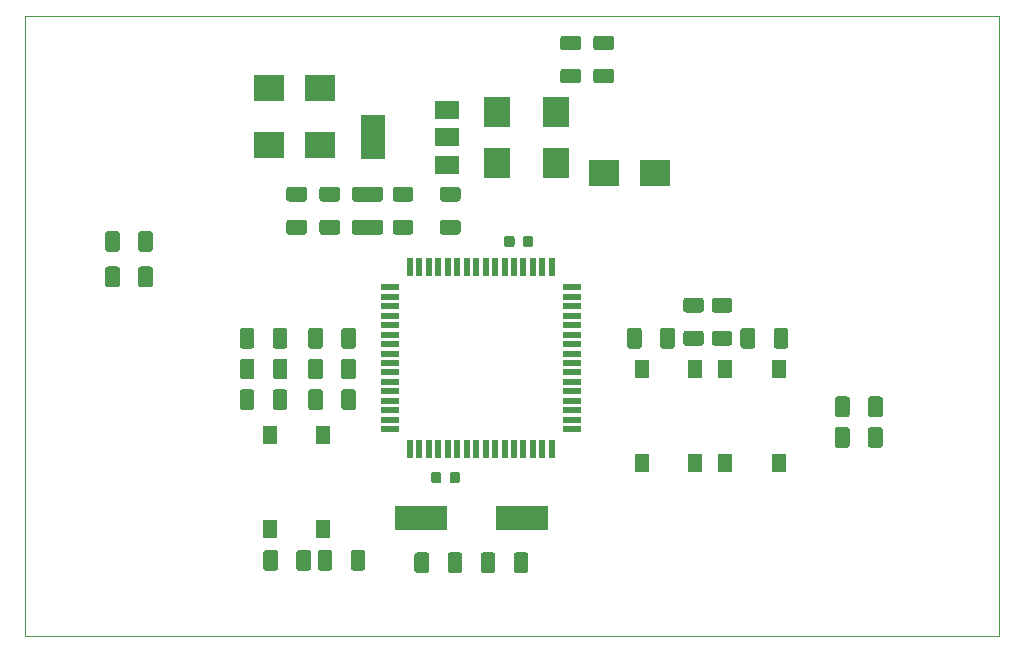
<source format=gbr>
G04 #@! TF.GenerationSoftware,KiCad,Pcbnew,(5.1.0)-1*
G04 #@! TF.CreationDate,2019-06-07T15:42:58+02:00*
G04 #@! TF.ProjectId,DRS,4452532e-6b69-4636-9164-5f7063625858,rev?*
G04 #@! TF.SameCoordinates,Original*
G04 #@! TF.FileFunction,Paste,Top*
G04 #@! TF.FilePolarity,Positive*
%FSLAX46Y46*%
G04 Gerber Fmt 4.6, Leading zero omitted, Abs format (unit mm)*
G04 Created by KiCad (PCBNEW (5.1.0)-1) date 2019-06-07 15:42:58*
%MOMM*%
%LPD*%
G04 APERTURE LIST*
%ADD10C,0.100000*%
%ADD11R,1.300000X1.550000*%
%ADD12C,1.250000*%
%ADD13R,2.500000X2.300000*%
%ADD14R,2.300000X2.500000*%
%ADD15R,1.500000X0.550000*%
%ADD16R,0.550000X1.500000*%
%ADD17R,2.000000X3.800000*%
%ADD18R,2.000000X1.500000*%
%ADD19R,4.500000X2.000000*%
%ADD20C,0.875000*%
G04 APERTURE END LIST*
D10*
X94000000Y-103500000D02*
X176500000Y-103500000D01*
X94000000Y-51000000D02*
X94000000Y-103500000D01*
X176500000Y-51000000D02*
X94000000Y-51000000D01*
X176500000Y-103500000D02*
X176500000Y-51000000D01*
D11*
X150700000Y-80920000D03*
X146200000Y-80920000D03*
X146200000Y-88880000D03*
X150700000Y-88880000D03*
D10*
G36*
X136399504Y-96426204D02*
G01*
X136423773Y-96429804D01*
X136447571Y-96435765D01*
X136470671Y-96444030D01*
X136492849Y-96454520D01*
X136513893Y-96467133D01*
X136533598Y-96481747D01*
X136551777Y-96498223D01*
X136568253Y-96516402D01*
X136582867Y-96536107D01*
X136595480Y-96557151D01*
X136605970Y-96579329D01*
X136614235Y-96602429D01*
X136620196Y-96626227D01*
X136623796Y-96650496D01*
X136625000Y-96675000D01*
X136625000Y-97925000D01*
X136623796Y-97949504D01*
X136620196Y-97973773D01*
X136614235Y-97997571D01*
X136605970Y-98020671D01*
X136595480Y-98042849D01*
X136582867Y-98063893D01*
X136568253Y-98083598D01*
X136551777Y-98101777D01*
X136533598Y-98118253D01*
X136513893Y-98132867D01*
X136492849Y-98145480D01*
X136470671Y-98155970D01*
X136447571Y-98164235D01*
X136423773Y-98170196D01*
X136399504Y-98173796D01*
X136375000Y-98175000D01*
X135625000Y-98175000D01*
X135600496Y-98173796D01*
X135576227Y-98170196D01*
X135552429Y-98164235D01*
X135529329Y-98155970D01*
X135507151Y-98145480D01*
X135486107Y-98132867D01*
X135466402Y-98118253D01*
X135448223Y-98101777D01*
X135431747Y-98083598D01*
X135417133Y-98063893D01*
X135404520Y-98042849D01*
X135394030Y-98020671D01*
X135385765Y-97997571D01*
X135379804Y-97973773D01*
X135376204Y-97949504D01*
X135375000Y-97925000D01*
X135375000Y-96675000D01*
X135376204Y-96650496D01*
X135379804Y-96626227D01*
X135385765Y-96602429D01*
X135394030Y-96579329D01*
X135404520Y-96557151D01*
X135417133Y-96536107D01*
X135431747Y-96516402D01*
X135448223Y-96498223D01*
X135466402Y-96481747D01*
X135486107Y-96467133D01*
X135507151Y-96454520D01*
X135529329Y-96444030D01*
X135552429Y-96435765D01*
X135576227Y-96429804D01*
X135600496Y-96426204D01*
X135625000Y-96425000D01*
X136375000Y-96425000D01*
X136399504Y-96426204D01*
X136399504Y-96426204D01*
G37*
D12*
X136000000Y-97300000D03*
D10*
G36*
X133599504Y-96426204D02*
G01*
X133623773Y-96429804D01*
X133647571Y-96435765D01*
X133670671Y-96444030D01*
X133692849Y-96454520D01*
X133713893Y-96467133D01*
X133733598Y-96481747D01*
X133751777Y-96498223D01*
X133768253Y-96516402D01*
X133782867Y-96536107D01*
X133795480Y-96557151D01*
X133805970Y-96579329D01*
X133814235Y-96602429D01*
X133820196Y-96626227D01*
X133823796Y-96650496D01*
X133825000Y-96675000D01*
X133825000Y-97925000D01*
X133823796Y-97949504D01*
X133820196Y-97973773D01*
X133814235Y-97997571D01*
X133805970Y-98020671D01*
X133795480Y-98042849D01*
X133782867Y-98063893D01*
X133768253Y-98083598D01*
X133751777Y-98101777D01*
X133733598Y-98118253D01*
X133713893Y-98132867D01*
X133692849Y-98145480D01*
X133670671Y-98155970D01*
X133647571Y-98164235D01*
X133623773Y-98170196D01*
X133599504Y-98173796D01*
X133575000Y-98175000D01*
X132825000Y-98175000D01*
X132800496Y-98173796D01*
X132776227Y-98170196D01*
X132752429Y-98164235D01*
X132729329Y-98155970D01*
X132707151Y-98145480D01*
X132686107Y-98132867D01*
X132666402Y-98118253D01*
X132648223Y-98101777D01*
X132631747Y-98083598D01*
X132617133Y-98063893D01*
X132604520Y-98042849D01*
X132594030Y-98020671D01*
X132585765Y-97997571D01*
X132579804Y-97973773D01*
X132576204Y-97949504D01*
X132575000Y-97925000D01*
X132575000Y-96675000D01*
X132576204Y-96650496D01*
X132579804Y-96626227D01*
X132585765Y-96602429D01*
X132594030Y-96579329D01*
X132604520Y-96557151D01*
X132617133Y-96536107D01*
X132631747Y-96516402D01*
X132648223Y-96498223D01*
X132666402Y-96481747D01*
X132686107Y-96467133D01*
X132707151Y-96454520D01*
X132729329Y-96444030D01*
X132752429Y-96435765D01*
X132776227Y-96429804D01*
X132800496Y-96426204D01*
X132825000Y-96425000D01*
X133575000Y-96425000D01*
X133599504Y-96426204D01*
X133599504Y-96426204D01*
G37*
D12*
X133200000Y-97300000D03*
D10*
G36*
X130799504Y-96426204D02*
G01*
X130823773Y-96429804D01*
X130847571Y-96435765D01*
X130870671Y-96444030D01*
X130892849Y-96454520D01*
X130913893Y-96467133D01*
X130933598Y-96481747D01*
X130951777Y-96498223D01*
X130968253Y-96516402D01*
X130982867Y-96536107D01*
X130995480Y-96557151D01*
X131005970Y-96579329D01*
X131014235Y-96602429D01*
X131020196Y-96626227D01*
X131023796Y-96650496D01*
X131025000Y-96675000D01*
X131025000Y-97925000D01*
X131023796Y-97949504D01*
X131020196Y-97973773D01*
X131014235Y-97997571D01*
X131005970Y-98020671D01*
X130995480Y-98042849D01*
X130982867Y-98063893D01*
X130968253Y-98083598D01*
X130951777Y-98101777D01*
X130933598Y-98118253D01*
X130913893Y-98132867D01*
X130892849Y-98145480D01*
X130870671Y-98155970D01*
X130847571Y-98164235D01*
X130823773Y-98170196D01*
X130799504Y-98173796D01*
X130775000Y-98175000D01*
X130025000Y-98175000D01*
X130000496Y-98173796D01*
X129976227Y-98170196D01*
X129952429Y-98164235D01*
X129929329Y-98155970D01*
X129907151Y-98145480D01*
X129886107Y-98132867D01*
X129866402Y-98118253D01*
X129848223Y-98101777D01*
X129831747Y-98083598D01*
X129817133Y-98063893D01*
X129804520Y-98042849D01*
X129794030Y-98020671D01*
X129785765Y-97997571D01*
X129779804Y-97973773D01*
X129776204Y-97949504D01*
X129775000Y-97925000D01*
X129775000Y-96675000D01*
X129776204Y-96650496D01*
X129779804Y-96626227D01*
X129785765Y-96602429D01*
X129794030Y-96579329D01*
X129804520Y-96557151D01*
X129817133Y-96536107D01*
X129831747Y-96516402D01*
X129848223Y-96498223D01*
X129866402Y-96481747D01*
X129886107Y-96467133D01*
X129907151Y-96454520D01*
X129929329Y-96444030D01*
X129952429Y-96435765D01*
X129976227Y-96429804D01*
X130000496Y-96426204D01*
X130025000Y-96425000D01*
X130775000Y-96425000D01*
X130799504Y-96426204D01*
X130799504Y-96426204D01*
G37*
D12*
X130400000Y-97300000D03*
D10*
G36*
X127999504Y-96426204D02*
G01*
X128023773Y-96429804D01*
X128047571Y-96435765D01*
X128070671Y-96444030D01*
X128092849Y-96454520D01*
X128113893Y-96467133D01*
X128133598Y-96481747D01*
X128151777Y-96498223D01*
X128168253Y-96516402D01*
X128182867Y-96536107D01*
X128195480Y-96557151D01*
X128205970Y-96579329D01*
X128214235Y-96602429D01*
X128220196Y-96626227D01*
X128223796Y-96650496D01*
X128225000Y-96675000D01*
X128225000Y-97925000D01*
X128223796Y-97949504D01*
X128220196Y-97973773D01*
X128214235Y-97997571D01*
X128205970Y-98020671D01*
X128195480Y-98042849D01*
X128182867Y-98063893D01*
X128168253Y-98083598D01*
X128151777Y-98101777D01*
X128133598Y-98118253D01*
X128113893Y-98132867D01*
X128092849Y-98145480D01*
X128070671Y-98155970D01*
X128047571Y-98164235D01*
X128023773Y-98170196D01*
X127999504Y-98173796D01*
X127975000Y-98175000D01*
X127225000Y-98175000D01*
X127200496Y-98173796D01*
X127176227Y-98170196D01*
X127152429Y-98164235D01*
X127129329Y-98155970D01*
X127107151Y-98145480D01*
X127086107Y-98132867D01*
X127066402Y-98118253D01*
X127048223Y-98101777D01*
X127031747Y-98083598D01*
X127017133Y-98063893D01*
X127004520Y-98042849D01*
X126994030Y-98020671D01*
X126985765Y-97997571D01*
X126979804Y-97973773D01*
X126976204Y-97949504D01*
X126975000Y-97925000D01*
X126975000Y-96675000D01*
X126976204Y-96650496D01*
X126979804Y-96626227D01*
X126985765Y-96602429D01*
X126994030Y-96579329D01*
X127004520Y-96557151D01*
X127017133Y-96536107D01*
X127031747Y-96516402D01*
X127048223Y-96498223D01*
X127066402Y-96481747D01*
X127086107Y-96467133D01*
X127107151Y-96454520D01*
X127129329Y-96444030D01*
X127152429Y-96435765D01*
X127176227Y-96429804D01*
X127200496Y-96426204D01*
X127225000Y-96425000D01*
X127975000Y-96425000D01*
X127999504Y-96426204D01*
X127999504Y-96426204D01*
G37*
D12*
X127600000Y-97300000D03*
D10*
G36*
X117999504Y-96226204D02*
G01*
X118023773Y-96229804D01*
X118047571Y-96235765D01*
X118070671Y-96244030D01*
X118092849Y-96254520D01*
X118113893Y-96267133D01*
X118133598Y-96281747D01*
X118151777Y-96298223D01*
X118168253Y-96316402D01*
X118182867Y-96336107D01*
X118195480Y-96357151D01*
X118205970Y-96379329D01*
X118214235Y-96402429D01*
X118220196Y-96426227D01*
X118223796Y-96450496D01*
X118225000Y-96475000D01*
X118225000Y-97725000D01*
X118223796Y-97749504D01*
X118220196Y-97773773D01*
X118214235Y-97797571D01*
X118205970Y-97820671D01*
X118195480Y-97842849D01*
X118182867Y-97863893D01*
X118168253Y-97883598D01*
X118151777Y-97901777D01*
X118133598Y-97918253D01*
X118113893Y-97932867D01*
X118092849Y-97945480D01*
X118070671Y-97955970D01*
X118047571Y-97964235D01*
X118023773Y-97970196D01*
X117999504Y-97973796D01*
X117975000Y-97975000D01*
X117225000Y-97975000D01*
X117200496Y-97973796D01*
X117176227Y-97970196D01*
X117152429Y-97964235D01*
X117129329Y-97955970D01*
X117107151Y-97945480D01*
X117086107Y-97932867D01*
X117066402Y-97918253D01*
X117048223Y-97901777D01*
X117031747Y-97883598D01*
X117017133Y-97863893D01*
X117004520Y-97842849D01*
X116994030Y-97820671D01*
X116985765Y-97797571D01*
X116979804Y-97773773D01*
X116976204Y-97749504D01*
X116975000Y-97725000D01*
X116975000Y-96475000D01*
X116976204Y-96450496D01*
X116979804Y-96426227D01*
X116985765Y-96402429D01*
X116994030Y-96379329D01*
X117004520Y-96357151D01*
X117017133Y-96336107D01*
X117031747Y-96316402D01*
X117048223Y-96298223D01*
X117066402Y-96281747D01*
X117086107Y-96267133D01*
X117107151Y-96254520D01*
X117129329Y-96244030D01*
X117152429Y-96235765D01*
X117176227Y-96229804D01*
X117200496Y-96226204D01*
X117225000Y-96225000D01*
X117975000Y-96225000D01*
X117999504Y-96226204D01*
X117999504Y-96226204D01*
G37*
D12*
X117600000Y-97100000D03*
D10*
G36*
X115199504Y-96226204D02*
G01*
X115223773Y-96229804D01*
X115247571Y-96235765D01*
X115270671Y-96244030D01*
X115292849Y-96254520D01*
X115313893Y-96267133D01*
X115333598Y-96281747D01*
X115351777Y-96298223D01*
X115368253Y-96316402D01*
X115382867Y-96336107D01*
X115395480Y-96357151D01*
X115405970Y-96379329D01*
X115414235Y-96402429D01*
X115420196Y-96426227D01*
X115423796Y-96450496D01*
X115425000Y-96475000D01*
X115425000Y-97725000D01*
X115423796Y-97749504D01*
X115420196Y-97773773D01*
X115414235Y-97797571D01*
X115405970Y-97820671D01*
X115395480Y-97842849D01*
X115382867Y-97863893D01*
X115368253Y-97883598D01*
X115351777Y-97901777D01*
X115333598Y-97918253D01*
X115313893Y-97932867D01*
X115292849Y-97945480D01*
X115270671Y-97955970D01*
X115247571Y-97964235D01*
X115223773Y-97970196D01*
X115199504Y-97973796D01*
X115175000Y-97975000D01*
X114425000Y-97975000D01*
X114400496Y-97973796D01*
X114376227Y-97970196D01*
X114352429Y-97964235D01*
X114329329Y-97955970D01*
X114307151Y-97945480D01*
X114286107Y-97932867D01*
X114266402Y-97918253D01*
X114248223Y-97901777D01*
X114231747Y-97883598D01*
X114217133Y-97863893D01*
X114204520Y-97842849D01*
X114194030Y-97820671D01*
X114185765Y-97797571D01*
X114179804Y-97773773D01*
X114176204Y-97749504D01*
X114175000Y-97725000D01*
X114175000Y-96475000D01*
X114176204Y-96450496D01*
X114179804Y-96426227D01*
X114185765Y-96402429D01*
X114194030Y-96379329D01*
X114204520Y-96357151D01*
X114217133Y-96336107D01*
X114231747Y-96316402D01*
X114248223Y-96298223D01*
X114266402Y-96281747D01*
X114286107Y-96267133D01*
X114307151Y-96254520D01*
X114329329Y-96244030D01*
X114352429Y-96235765D01*
X114376227Y-96229804D01*
X114400496Y-96226204D01*
X114425000Y-96225000D01*
X115175000Y-96225000D01*
X115199504Y-96226204D01*
X115199504Y-96226204D01*
G37*
D12*
X114800000Y-97100000D03*
D10*
G36*
X130649504Y-65476204D02*
G01*
X130673773Y-65479804D01*
X130697571Y-65485765D01*
X130720671Y-65494030D01*
X130742849Y-65504520D01*
X130763893Y-65517133D01*
X130783598Y-65531747D01*
X130801777Y-65548223D01*
X130818253Y-65566402D01*
X130832867Y-65586107D01*
X130845480Y-65607151D01*
X130855970Y-65629329D01*
X130864235Y-65652429D01*
X130870196Y-65676227D01*
X130873796Y-65700496D01*
X130875000Y-65725000D01*
X130875000Y-66475000D01*
X130873796Y-66499504D01*
X130870196Y-66523773D01*
X130864235Y-66547571D01*
X130855970Y-66570671D01*
X130845480Y-66592849D01*
X130832867Y-66613893D01*
X130818253Y-66633598D01*
X130801777Y-66651777D01*
X130783598Y-66668253D01*
X130763893Y-66682867D01*
X130742849Y-66695480D01*
X130720671Y-66705970D01*
X130697571Y-66714235D01*
X130673773Y-66720196D01*
X130649504Y-66723796D01*
X130625000Y-66725000D01*
X129375000Y-66725000D01*
X129350496Y-66723796D01*
X129326227Y-66720196D01*
X129302429Y-66714235D01*
X129279329Y-66705970D01*
X129257151Y-66695480D01*
X129236107Y-66682867D01*
X129216402Y-66668253D01*
X129198223Y-66651777D01*
X129181747Y-66633598D01*
X129167133Y-66613893D01*
X129154520Y-66592849D01*
X129144030Y-66570671D01*
X129135765Y-66547571D01*
X129129804Y-66523773D01*
X129126204Y-66499504D01*
X129125000Y-66475000D01*
X129125000Y-65725000D01*
X129126204Y-65700496D01*
X129129804Y-65676227D01*
X129135765Y-65652429D01*
X129144030Y-65629329D01*
X129154520Y-65607151D01*
X129167133Y-65586107D01*
X129181747Y-65566402D01*
X129198223Y-65548223D01*
X129216402Y-65531747D01*
X129236107Y-65517133D01*
X129257151Y-65504520D01*
X129279329Y-65494030D01*
X129302429Y-65485765D01*
X129326227Y-65479804D01*
X129350496Y-65476204D01*
X129375000Y-65475000D01*
X130625000Y-65475000D01*
X130649504Y-65476204D01*
X130649504Y-65476204D01*
G37*
D12*
X130000000Y-66100000D03*
D10*
G36*
X130649504Y-68276204D02*
G01*
X130673773Y-68279804D01*
X130697571Y-68285765D01*
X130720671Y-68294030D01*
X130742849Y-68304520D01*
X130763893Y-68317133D01*
X130783598Y-68331747D01*
X130801777Y-68348223D01*
X130818253Y-68366402D01*
X130832867Y-68386107D01*
X130845480Y-68407151D01*
X130855970Y-68429329D01*
X130864235Y-68452429D01*
X130870196Y-68476227D01*
X130873796Y-68500496D01*
X130875000Y-68525000D01*
X130875000Y-69275000D01*
X130873796Y-69299504D01*
X130870196Y-69323773D01*
X130864235Y-69347571D01*
X130855970Y-69370671D01*
X130845480Y-69392849D01*
X130832867Y-69413893D01*
X130818253Y-69433598D01*
X130801777Y-69451777D01*
X130783598Y-69468253D01*
X130763893Y-69482867D01*
X130742849Y-69495480D01*
X130720671Y-69505970D01*
X130697571Y-69514235D01*
X130673773Y-69520196D01*
X130649504Y-69523796D01*
X130625000Y-69525000D01*
X129375000Y-69525000D01*
X129350496Y-69523796D01*
X129326227Y-69520196D01*
X129302429Y-69514235D01*
X129279329Y-69505970D01*
X129257151Y-69495480D01*
X129236107Y-69482867D01*
X129216402Y-69468253D01*
X129198223Y-69451777D01*
X129181747Y-69433598D01*
X129167133Y-69413893D01*
X129154520Y-69392849D01*
X129144030Y-69370671D01*
X129135765Y-69347571D01*
X129129804Y-69323773D01*
X129126204Y-69299504D01*
X129125000Y-69275000D01*
X129125000Y-68525000D01*
X129126204Y-68500496D01*
X129129804Y-68476227D01*
X129135765Y-68452429D01*
X129144030Y-68429329D01*
X129154520Y-68407151D01*
X129167133Y-68386107D01*
X129181747Y-68366402D01*
X129198223Y-68348223D01*
X129216402Y-68331747D01*
X129236107Y-68317133D01*
X129257151Y-68304520D01*
X129279329Y-68294030D01*
X129302429Y-68285765D01*
X129326227Y-68279804D01*
X129350496Y-68276204D01*
X129375000Y-68275000D01*
X130625000Y-68275000D01*
X130649504Y-68276204D01*
X130649504Y-68276204D01*
G37*
D12*
X130000000Y-68900000D03*
D10*
G36*
X126649504Y-65476204D02*
G01*
X126673773Y-65479804D01*
X126697571Y-65485765D01*
X126720671Y-65494030D01*
X126742849Y-65504520D01*
X126763893Y-65517133D01*
X126783598Y-65531747D01*
X126801777Y-65548223D01*
X126818253Y-65566402D01*
X126832867Y-65586107D01*
X126845480Y-65607151D01*
X126855970Y-65629329D01*
X126864235Y-65652429D01*
X126870196Y-65676227D01*
X126873796Y-65700496D01*
X126875000Y-65725000D01*
X126875000Y-66475000D01*
X126873796Y-66499504D01*
X126870196Y-66523773D01*
X126864235Y-66547571D01*
X126855970Y-66570671D01*
X126845480Y-66592849D01*
X126832867Y-66613893D01*
X126818253Y-66633598D01*
X126801777Y-66651777D01*
X126783598Y-66668253D01*
X126763893Y-66682867D01*
X126742849Y-66695480D01*
X126720671Y-66705970D01*
X126697571Y-66714235D01*
X126673773Y-66720196D01*
X126649504Y-66723796D01*
X126625000Y-66725000D01*
X125375000Y-66725000D01*
X125350496Y-66723796D01*
X125326227Y-66720196D01*
X125302429Y-66714235D01*
X125279329Y-66705970D01*
X125257151Y-66695480D01*
X125236107Y-66682867D01*
X125216402Y-66668253D01*
X125198223Y-66651777D01*
X125181747Y-66633598D01*
X125167133Y-66613893D01*
X125154520Y-66592849D01*
X125144030Y-66570671D01*
X125135765Y-66547571D01*
X125129804Y-66523773D01*
X125126204Y-66499504D01*
X125125000Y-66475000D01*
X125125000Y-65725000D01*
X125126204Y-65700496D01*
X125129804Y-65676227D01*
X125135765Y-65652429D01*
X125144030Y-65629329D01*
X125154520Y-65607151D01*
X125167133Y-65586107D01*
X125181747Y-65566402D01*
X125198223Y-65548223D01*
X125216402Y-65531747D01*
X125236107Y-65517133D01*
X125257151Y-65504520D01*
X125279329Y-65494030D01*
X125302429Y-65485765D01*
X125326227Y-65479804D01*
X125350496Y-65476204D01*
X125375000Y-65475000D01*
X126625000Y-65475000D01*
X126649504Y-65476204D01*
X126649504Y-65476204D01*
G37*
D12*
X126000000Y-66100000D03*
D10*
G36*
X126649504Y-68276204D02*
G01*
X126673773Y-68279804D01*
X126697571Y-68285765D01*
X126720671Y-68294030D01*
X126742849Y-68304520D01*
X126763893Y-68317133D01*
X126783598Y-68331747D01*
X126801777Y-68348223D01*
X126818253Y-68366402D01*
X126832867Y-68386107D01*
X126845480Y-68407151D01*
X126855970Y-68429329D01*
X126864235Y-68452429D01*
X126870196Y-68476227D01*
X126873796Y-68500496D01*
X126875000Y-68525000D01*
X126875000Y-69275000D01*
X126873796Y-69299504D01*
X126870196Y-69323773D01*
X126864235Y-69347571D01*
X126855970Y-69370671D01*
X126845480Y-69392849D01*
X126832867Y-69413893D01*
X126818253Y-69433598D01*
X126801777Y-69451777D01*
X126783598Y-69468253D01*
X126763893Y-69482867D01*
X126742849Y-69495480D01*
X126720671Y-69505970D01*
X126697571Y-69514235D01*
X126673773Y-69520196D01*
X126649504Y-69523796D01*
X126625000Y-69525000D01*
X125375000Y-69525000D01*
X125350496Y-69523796D01*
X125326227Y-69520196D01*
X125302429Y-69514235D01*
X125279329Y-69505970D01*
X125257151Y-69495480D01*
X125236107Y-69482867D01*
X125216402Y-69468253D01*
X125198223Y-69451777D01*
X125181747Y-69433598D01*
X125167133Y-69413893D01*
X125154520Y-69392849D01*
X125144030Y-69370671D01*
X125135765Y-69347571D01*
X125129804Y-69323773D01*
X125126204Y-69299504D01*
X125125000Y-69275000D01*
X125125000Y-68525000D01*
X125126204Y-68500496D01*
X125129804Y-68476227D01*
X125135765Y-68452429D01*
X125144030Y-68429329D01*
X125154520Y-68407151D01*
X125167133Y-68386107D01*
X125181747Y-68366402D01*
X125198223Y-68348223D01*
X125216402Y-68331747D01*
X125236107Y-68317133D01*
X125257151Y-68304520D01*
X125279329Y-68294030D01*
X125302429Y-68285765D01*
X125326227Y-68279804D01*
X125350496Y-68276204D01*
X125375000Y-68275000D01*
X126625000Y-68275000D01*
X126649504Y-68276204D01*
X126649504Y-68276204D01*
G37*
D12*
X126000000Y-68900000D03*
D10*
G36*
X155599504Y-77426204D02*
G01*
X155623773Y-77429804D01*
X155647571Y-77435765D01*
X155670671Y-77444030D01*
X155692849Y-77454520D01*
X155713893Y-77467133D01*
X155733598Y-77481747D01*
X155751777Y-77498223D01*
X155768253Y-77516402D01*
X155782867Y-77536107D01*
X155795480Y-77557151D01*
X155805970Y-77579329D01*
X155814235Y-77602429D01*
X155820196Y-77626227D01*
X155823796Y-77650496D01*
X155825000Y-77675000D01*
X155825000Y-78925000D01*
X155823796Y-78949504D01*
X155820196Y-78973773D01*
X155814235Y-78997571D01*
X155805970Y-79020671D01*
X155795480Y-79042849D01*
X155782867Y-79063893D01*
X155768253Y-79083598D01*
X155751777Y-79101777D01*
X155733598Y-79118253D01*
X155713893Y-79132867D01*
X155692849Y-79145480D01*
X155670671Y-79155970D01*
X155647571Y-79164235D01*
X155623773Y-79170196D01*
X155599504Y-79173796D01*
X155575000Y-79175000D01*
X154825000Y-79175000D01*
X154800496Y-79173796D01*
X154776227Y-79170196D01*
X154752429Y-79164235D01*
X154729329Y-79155970D01*
X154707151Y-79145480D01*
X154686107Y-79132867D01*
X154666402Y-79118253D01*
X154648223Y-79101777D01*
X154631747Y-79083598D01*
X154617133Y-79063893D01*
X154604520Y-79042849D01*
X154594030Y-79020671D01*
X154585765Y-78997571D01*
X154579804Y-78973773D01*
X154576204Y-78949504D01*
X154575000Y-78925000D01*
X154575000Y-77675000D01*
X154576204Y-77650496D01*
X154579804Y-77626227D01*
X154585765Y-77602429D01*
X154594030Y-77579329D01*
X154604520Y-77557151D01*
X154617133Y-77536107D01*
X154631747Y-77516402D01*
X154648223Y-77498223D01*
X154666402Y-77481747D01*
X154686107Y-77467133D01*
X154707151Y-77454520D01*
X154729329Y-77444030D01*
X154752429Y-77435765D01*
X154776227Y-77429804D01*
X154800496Y-77426204D01*
X154825000Y-77425000D01*
X155575000Y-77425000D01*
X155599504Y-77426204D01*
X155599504Y-77426204D01*
G37*
D12*
X155200000Y-78300000D03*
D10*
G36*
X158399504Y-77426204D02*
G01*
X158423773Y-77429804D01*
X158447571Y-77435765D01*
X158470671Y-77444030D01*
X158492849Y-77454520D01*
X158513893Y-77467133D01*
X158533598Y-77481747D01*
X158551777Y-77498223D01*
X158568253Y-77516402D01*
X158582867Y-77536107D01*
X158595480Y-77557151D01*
X158605970Y-77579329D01*
X158614235Y-77602429D01*
X158620196Y-77626227D01*
X158623796Y-77650496D01*
X158625000Y-77675000D01*
X158625000Y-78925000D01*
X158623796Y-78949504D01*
X158620196Y-78973773D01*
X158614235Y-78997571D01*
X158605970Y-79020671D01*
X158595480Y-79042849D01*
X158582867Y-79063893D01*
X158568253Y-79083598D01*
X158551777Y-79101777D01*
X158533598Y-79118253D01*
X158513893Y-79132867D01*
X158492849Y-79145480D01*
X158470671Y-79155970D01*
X158447571Y-79164235D01*
X158423773Y-79170196D01*
X158399504Y-79173796D01*
X158375000Y-79175000D01*
X157625000Y-79175000D01*
X157600496Y-79173796D01*
X157576227Y-79170196D01*
X157552429Y-79164235D01*
X157529329Y-79155970D01*
X157507151Y-79145480D01*
X157486107Y-79132867D01*
X157466402Y-79118253D01*
X157448223Y-79101777D01*
X157431747Y-79083598D01*
X157417133Y-79063893D01*
X157404520Y-79042849D01*
X157394030Y-79020671D01*
X157385765Y-78997571D01*
X157379804Y-78973773D01*
X157376204Y-78949504D01*
X157375000Y-78925000D01*
X157375000Y-77675000D01*
X157376204Y-77650496D01*
X157379804Y-77626227D01*
X157385765Y-77602429D01*
X157394030Y-77579329D01*
X157404520Y-77557151D01*
X157417133Y-77536107D01*
X157431747Y-77516402D01*
X157448223Y-77498223D01*
X157466402Y-77481747D01*
X157486107Y-77467133D01*
X157507151Y-77454520D01*
X157529329Y-77444030D01*
X157552429Y-77435765D01*
X157576227Y-77429804D01*
X157600496Y-77426204D01*
X157625000Y-77425000D01*
X158375000Y-77425000D01*
X158399504Y-77426204D01*
X158399504Y-77426204D01*
G37*
D12*
X158000000Y-78300000D03*
D10*
G36*
X148799504Y-77426204D02*
G01*
X148823773Y-77429804D01*
X148847571Y-77435765D01*
X148870671Y-77444030D01*
X148892849Y-77454520D01*
X148913893Y-77467133D01*
X148933598Y-77481747D01*
X148951777Y-77498223D01*
X148968253Y-77516402D01*
X148982867Y-77536107D01*
X148995480Y-77557151D01*
X149005970Y-77579329D01*
X149014235Y-77602429D01*
X149020196Y-77626227D01*
X149023796Y-77650496D01*
X149025000Y-77675000D01*
X149025000Y-78925000D01*
X149023796Y-78949504D01*
X149020196Y-78973773D01*
X149014235Y-78997571D01*
X149005970Y-79020671D01*
X148995480Y-79042849D01*
X148982867Y-79063893D01*
X148968253Y-79083598D01*
X148951777Y-79101777D01*
X148933598Y-79118253D01*
X148913893Y-79132867D01*
X148892849Y-79145480D01*
X148870671Y-79155970D01*
X148847571Y-79164235D01*
X148823773Y-79170196D01*
X148799504Y-79173796D01*
X148775000Y-79175000D01*
X148025000Y-79175000D01*
X148000496Y-79173796D01*
X147976227Y-79170196D01*
X147952429Y-79164235D01*
X147929329Y-79155970D01*
X147907151Y-79145480D01*
X147886107Y-79132867D01*
X147866402Y-79118253D01*
X147848223Y-79101777D01*
X147831747Y-79083598D01*
X147817133Y-79063893D01*
X147804520Y-79042849D01*
X147794030Y-79020671D01*
X147785765Y-78997571D01*
X147779804Y-78973773D01*
X147776204Y-78949504D01*
X147775000Y-78925000D01*
X147775000Y-77675000D01*
X147776204Y-77650496D01*
X147779804Y-77626227D01*
X147785765Y-77602429D01*
X147794030Y-77579329D01*
X147804520Y-77557151D01*
X147817133Y-77536107D01*
X147831747Y-77516402D01*
X147848223Y-77498223D01*
X147866402Y-77481747D01*
X147886107Y-77467133D01*
X147907151Y-77454520D01*
X147929329Y-77444030D01*
X147952429Y-77435765D01*
X147976227Y-77429804D01*
X148000496Y-77426204D01*
X148025000Y-77425000D01*
X148775000Y-77425000D01*
X148799504Y-77426204D01*
X148799504Y-77426204D01*
G37*
D12*
X148400000Y-78300000D03*
D10*
G36*
X145999504Y-77426204D02*
G01*
X146023773Y-77429804D01*
X146047571Y-77435765D01*
X146070671Y-77444030D01*
X146092849Y-77454520D01*
X146113893Y-77467133D01*
X146133598Y-77481747D01*
X146151777Y-77498223D01*
X146168253Y-77516402D01*
X146182867Y-77536107D01*
X146195480Y-77557151D01*
X146205970Y-77579329D01*
X146214235Y-77602429D01*
X146220196Y-77626227D01*
X146223796Y-77650496D01*
X146225000Y-77675000D01*
X146225000Y-78925000D01*
X146223796Y-78949504D01*
X146220196Y-78973773D01*
X146214235Y-78997571D01*
X146205970Y-79020671D01*
X146195480Y-79042849D01*
X146182867Y-79063893D01*
X146168253Y-79083598D01*
X146151777Y-79101777D01*
X146133598Y-79118253D01*
X146113893Y-79132867D01*
X146092849Y-79145480D01*
X146070671Y-79155970D01*
X146047571Y-79164235D01*
X146023773Y-79170196D01*
X145999504Y-79173796D01*
X145975000Y-79175000D01*
X145225000Y-79175000D01*
X145200496Y-79173796D01*
X145176227Y-79170196D01*
X145152429Y-79164235D01*
X145129329Y-79155970D01*
X145107151Y-79145480D01*
X145086107Y-79132867D01*
X145066402Y-79118253D01*
X145048223Y-79101777D01*
X145031747Y-79083598D01*
X145017133Y-79063893D01*
X145004520Y-79042849D01*
X144994030Y-79020671D01*
X144985765Y-78997571D01*
X144979804Y-78973773D01*
X144976204Y-78949504D01*
X144975000Y-78925000D01*
X144975000Y-77675000D01*
X144976204Y-77650496D01*
X144979804Y-77626227D01*
X144985765Y-77602429D01*
X144994030Y-77579329D01*
X145004520Y-77557151D01*
X145017133Y-77536107D01*
X145031747Y-77516402D01*
X145048223Y-77498223D01*
X145066402Y-77481747D01*
X145086107Y-77467133D01*
X145107151Y-77454520D01*
X145129329Y-77444030D01*
X145152429Y-77435765D01*
X145176227Y-77429804D01*
X145200496Y-77426204D01*
X145225000Y-77425000D01*
X145975000Y-77425000D01*
X145999504Y-77426204D01*
X145999504Y-77426204D01*
G37*
D12*
X145600000Y-78300000D03*
D13*
X114650000Y-57100000D03*
X118950000Y-57100000D03*
X114650000Y-61900000D03*
X118950000Y-61900000D03*
D10*
G36*
X118999504Y-77426204D02*
G01*
X119023773Y-77429804D01*
X119047571Y-77435765D01*
X119070671Y-77444030D01*
X119092849Y-77454520D01*
X119113893Y-77467133D01*
X119133598Y-77481747D01*
X119151777Y-77498223D01*
X119168253Y-77516402D01*
X119182867Y-77536107D01*
X119195480Y-77557151D01*
X119205970Y-77579329D01*
X119214235Y-77602429D01*
X119220196Y-77626227D01*
X119223796Y-77650496D01*
X119225000Y-77675000D01*
X119225000Y-78925000D01*
X119223796Y-78949504D01*
X119220196Y-78973773D01*
X119214235Y-78997571D01*
X119205970Y-79020671D01*
X119195480Y-79042849D01*
X119182867Y-79063893D01*
X119168253Y-79083598D01*
X119151777Y-79101777D01*
X119133598Y-79118253D01*
X119113893Y-79132867D01*
X119092849Y-79145480D01*
X119070671Y-79155970D01*
X119047571Y-79164235D01*
X119023773Y-79170196D01*
X118999504Y-79173796D01*
X118975000Y-79175000D01*
X118225000Y-79175000D01*
X118200496Y-79173796D01*
X118176227Y-79170196D01*
X118152429Y-79164235D01*
X118129329Y-79155970D01*
X118107151Y-79145480D01*
X118086107Y-79132867D01*
X118066402Y-79118253D01*
X118048223Y-79101777D01*
X118031747Y-79083598D01*
X118017133Y-79063893D01*
X118004520Y-79042849D01*
X117994030Y-79020671D01*
X117985765Y-78997571D01*
X117979804Y-78973773D01*
X117976204Y-78949504D01*
X117975000Y-78925000D01*
X117975000Y-77675000D01*
X117976204Y-77650496D01*
X117979804Y-77626227D01*
X117985765Y-77602429D01*
X117994030Y-77579329D01*
X118004520Y-77557151D01*
X118017133Y-77536107D01*
X118031747Y-77516402D01*
X118048223Y-77498223D01*
X118066402Y-77481747D01*
X118086107Y-77467133D01*
X118107151Y-77454520D01*
X118129329Y-77444030D01*
X118152429Y-77435765D01*
X118176227Y-77429804D01*
X118200496Y-77426204D01*
X118225000Y-77425000D01*
X118975000Y-77425000D01*
X118999504Y-77426204D01*
X118999504Y-77426204D01*
G37*
D12*
X118600000Y-78300000D03*
D10*
G36*
X121799504Y-77426204D02*
G01*
X121823773Y-77429804D01*
X121847571Y-77435765D01*
X121870671Y-77444030D01*
X121892849Y-77454520D01*
X121913893Y-77467133D01*
X121933598Y-77481747D01*
X121951777Y-77498223D01*
X121968253Y-77516402D01*
X121982867Y-77536107D01*
X121995480Y-77557151D01*
X122005970Y-77579329D01*
X122014235Y-77602429D01*
X122020196Y-77626227D01*
X122023796Y-77650496D01*
X122025000Y-77675000D01*
X122025000Y-78925000D01*
X122023796Y-78949504D01*
X122020196Y-78973773D01*
X122014235Y-78997571D01*
X122005970Y-79020671D01*
X121995480Y-79042849D01*
X121982867Y-79063893D01*
X121968253Y-79083598D01*
X121951777Y-79101777D01*
X121933598Y-79118253D01*
X121913893Y-79132867D01*
X121892849Y-79145480D01*
X121870671Y-79155970D01*
X121847571Y-79164235D01*
X121823773Y-79170196D01*
X121799504Y-79173796D01*
X121775000Y-79175000D01*
X121025000Y-79175000D01*
X121000496Y-79173796D01*
X120976227Y-79170196D01*
X120952429Y-79164235D01*
X120929329Y-79155970D01*
X120907151Y-79145480D01*
X120886107Y-79132867D01*
X120866402Y-79118253D01*
X120848223Y-79101777D01*
X120831747Y-79083598D01*
X120817133Y-79063893D01*
X120804520Y-79042849D01*
X120794030Y-79020671D01*
X120785765Y-78997571D01*
X120779804Y-78973773D01*
X120776204Y-78949504D01*
X120775000Y-78925000D01*
X120775000Y-77675000D01*
X120776204Y-77650496D01*
X120779804Y-77626227D01*
X120785765Y-77602429D01*
X120794030Y-77579329D01*
X120804520Y-77557151D01*
X120817133Y-77536107D01*
X120831747Y-77516402D01*
X120848223Y-77498223D01*
X120866402Y-77481747D01*
X120886107Y-77467133D01*
X120907151Y-77454520D01*
X120929329Y-77444030D01*
X120952429Y-77435765D01*
X120976227Y-77429804D01*
X121000496Y-77426204D01*
X121025000Y-77425000D01*
X121775000Y-77425000D01*
X121799504Y-77426204D01*
X121799504Y-77426204D01*
G37*
D12*
X121400000Y-78300000D03*
D10*
G36*
X121799504Y-82626204D02*
G01*
X121823773Y-82629804D01*
X121847571Y-82635765D01*
X121870671Y-82644030D01*
X121892849Y-82654520D01*
X121913893Y-82667133D01*
X121933598Y-82681747D01*
X121951777Y-82698223D01*
X121968253Y-82716402D01*
X121982867Y-82736107D01*
X121995480Y-82757151D01*
X122005970Y-82779329D01*
X122014235Y-82802429D01*
X122020196Y-82826227D01*
X122023796Y-82850496D01*
X122025000Y-82875000D01*
X122025000Y-84125000D01*
X122023796Y-84149504D01*
X122020196Y-84173773D01*
X122014235Y-84197571D01*
X122005970Y-84220671D01*
X121995480Y-84242849D01*
X121982867Y-84263893D01*
X121968253Y-84283598D01*
X121951777Y-84301777D01*
X121933598Y-84318253D01*
X121913893Y-84332867D01*
X121892849Y-84345480D01*
X121870671Y-84355970D01*
X121847571Y-84364235D01*
X121823773Y-84370196D01*
X121799504Y-84373796D01*
X121775000Y-84375000D01*
X121025000Y-84375000D01*
X121000496Y-84373796D01*
X120976227Y-84370196D01*
X120952429Y-84364235D01*
X120929329Y-84355970D01*
X120907151Y-84345480D01*
X120886107Y-84332867D01*
X120866402Y-84318253D01*
X120848223Y-84301777D01*
X120831747Y-84283598D01*
X120817133Y-84263893D01*
X120804520Y-84242849D01*
X120794030Y-84220671D01*
X120785765Y-84197571D01*
X120779804Y-84173773D01*
X120776204Y-84149504D01*
X120775000Y-84125000D01*
X120775000Y-82875000D01*
X120776204Y-82850496D01*
X120779804Y-82826227D01*
X120785765Y-82802429D01*
X120794030Y-82779329D01*
X120804520Y-82757151D01*
X120817133Y-82736107D01*
X120831747Y-82716402D01*
X120848223Y-82698223D01*
X120866402Y-82681747D01*
X120886107Y-82667133D01*
X120907151Y-82654520D01*
X120929329Y-82644030D01*
X120952429Y-82635765D01*
X120976227Y-82629804D01*
X121000496Y-82626204D01*
X121025000Y-82625000D01*
X121775000Y-82625000D01*
X121799504Y-82626204D01*
X121799504Y-82626204D01*
G37*
D12*
X121400000Y-83500000D03*
D10*
G36*
X118999504Y-82626204D02*
G01*
X119023773Y-82629804D01*
X119047571Y-82635765D01*
X119070671Y-82644030D01*
X119092849Y-82654520D01*
X119113893Y-82667133D01*
X119133598Y-82681747D01*
X119151777Y-82698223D01*
X119168253Y-82716402D01*
X119182867Y-82736107D01*
X119195480Y-82757151D01*
X119205970Y-82779329D01*
X119214235Y-82802429D01*
X119220196Y-82826227D01*
X119223796Y-82850496D01*
X119225000Y-82875000D01*
X119225000Y-84125000D01*
X119223796Y-84149504D01*
X119220196Y-84173773D01*
X119214235Y-84197571D01*
X119205970Y-84220671D01*
X119195480Y-84242849D01*
X119182867Y-84263893D01*
X119168253Y-84283598D01*
X119151777Y-84301777D01*
X119133598Y-84318253D01*
X119113893Y-84332867D01*
X119092849Y-84345480D01*
X119070671Y-84355970D01*
X119047571Y-84364235D01*
X119023773Y-84370196D01*
X118999504Y-84373796D01*
X118975000Y-84375000D01*
X118225000Y-84375000D01*
X118200496Y-84373796D01*
X118176227Y-84370196D01*
X118152429Y-84364235D01*
X118129329Y-84355970D01*
X118107151Y-84345480D01*
X118086107Y-84332867D01*
X118066402Y-84318253D01*
X118048223Y-84301777D01*
X118031747Y-84283598D01*
X118017133Y-84263893D01*
X118004520Y-84242849D01*
X117994030Y-84220671D01*
X117985765Y-84197571D01*
X117979804Y-84173773D01*
X117976204Y-84149504D01*
X117975000Y-84125000D01*
X117975000Y-82875000D01*
X117976204Y-82850496D01*
X117979804Y-82826227D01*
X117985765Y-82802429D01*
X117994030Y-82779329D01*
X118004520Y-82757151D01*
X118017133Y-82736107D01*
X118031747Y-82716402D01*
X118048223Y-82698223D01*
X118066402Y-82681747D01*
X118086107Y-82667133D01*
X118107151Y-82654520D01*
X118129329Y-82644030D01*
X118152429Y-82635765D01*
X118176227Y-82629804D01*
X118200496Y-82626204D01*
X118225000Y-82625000D01*
X118975000Y-82625000D01*
X118999504Y-82626204D01*
X118999504Y-82626204D01*
G37*
D12*
X118600000Y-83500000D03*
D10*
G36*
X118999504Y-80026204D02*
G01*
X119023773Y-80029804D01*
X119047571Y-80035765D01*
X119070671Y-80044030D01*
X119092849Y-80054520D01*
X119113893Y-80067133D01*
X119133598Y-80081747D01*
X119151777Y-80098223D01*
X119168253Y-80116402D01*
X119182867Y-80136107D01*
X119195480Y-80157151D01*
X119205970Y-80179329D01*
X119214235Y-80202429D01*
X119220196Y-80226227D01*
X119223796Y-80250496D01*
X119225000Y-80275000D01*
X119225000Y-81525000D01*
X119223796Y-81549504D01*
X119220196Y-81573773D01*
X119214235Y-81597571D01*
X119205970Y-81620671D01*
X119195480Y-81642849D01*
X119182867Y-81663893D01*
X119168253Y-81683598D01*
X119151777Y-81701777D01*
X119133598Y-81718253D01*
X119113893Y-81732867D01*
X119092849Y-81745480D01*
X119070671Y-81755970D01*
X119047571Y-81764235D01*
X119023773Y-81770196D01*
X118999504Y-81773796D01*
X118975000Y-81775000D01*
X118225000Y-81775000D01*
X118200496Y-81773796D01*
X118176227Y-81770196D01*
X118152429Y-81764235D01*
X118129329Y-81755970D01*
X118107151Y-81745480D01*
X118086107Y-81732867D01*
X118066402Y-81718253D01*
X118048223Y-81701777D01*
X118031747Y-81683598D01*
X118017133Y-81663893D01*
X118004520Y-81642849D01*
X117994030Y-81620671D01*
X117985765Y-81597571D01*
X117979804Y-81573773D01*
X117976204Y-81549504D01*
X117975000Y-81525000D01*
X117975000Y-80275000D01*
X117976204Y-80250496D01*
X117979804Y-80226227D01*
X117985765Y-80202429D01*
X117994030Y-80179329D01*
X118004520Y-80157151D01*
X118017133Y-80136107D01*
X118031747Y-80116402D01*
X118048223Y-80098223D01*
X118066402Y-80081747D01*
X118086107Y-80067133D01*
X118107151Y-80054520D01*
X118129329Y-80044030D01*
X118152429Y-80035765D01*
X118176227Y-80029804D01*
X118200496Y-80026204D01*
X118225000Y-80025000D01*
X118975000Y-80025000D01*
X118999504Y-80026204D01*
X118999504Y-80026204D01*
G37*
D12*
X118600000Y-80900000D03*
D10*
G36*
X121799504Y-80026204D02*
G01*
X121823773Y-80029804D01*
X121847571Y-80035765D01*
X121870671Y-80044030D01*
X121892849Y-80054520D01*
X121913893Y-80067133D01*
X121933598Y-80081747D01*
X121951777Y-80098223D01*
X121968253Y-80116402D01*
X121982867Y-80136107D01*
X121995480Y-80157151D01*
X122005970Y-80179329D01*
X122014235Y-80202429D01*
X122020196Y-80226227D01*
X122023796Y-80250496D01*
X122025000Y-80275000D01*
X122025000Y-81525000D01*
X122023796Y-81549504D01*
X122020196Y-81573773D01*
X122014235Y-81597571D01*
X122005970Y-81620671D01*
X121995480Y-81642849D01*
X121982867Y-81663893D01*
X121968253Y-81683598D01*
X121951777Y-81701777D01*
X121933598Y-81718253D01*
X121913893Y-81732867D01*
X121892849Y-81745480D01*
X121870671Y-81755970D01*
X121847571Y-81764235D01*
X121823773Y-81770196D01*
X121799504Y-81773796D01*
X121775000Y-81775000D01*
X121025000Y-81775000D01*
X121000496Y-81773796D01*
X120976227Y-81770196D01*
X120952429Y-81764235D01*
X120929329Y-81755970D01*
X120907151Y-81745480D01*
X120886107Y-81732867D01*
X120866402Y-81718253D01*
X120848223Y-81701777D01*
X120831747Y-81683598D01*
X120817133Y-81663893D01*
X120804520Y-81642849D01*
X120794030Y-81620671D01*
X120785765Y-81597571D01*
X120779804Y-81573773D01*
X120776204Y-81549504D01*
X120775000Y-81525000D01*
X120775000Y-80275000D01*
X120776204Y-80250496D01*
X120779804Y-80226227D01*
X120785765Y-80202429D01*
X120794030Y-80179329D01*
X120804520Y-80157151D01*
X120817133Y-80136107D01*
X120831747Y-80116402D01*
X120848223Y-80098223D01*
X120866402Y-80081747D01*
X120886107Y-80067133D01*
X120907151Y-80054520D01*
X120929329Y-80044030D01*
X120952429Y-80035765D01*
X120976227Y-80029804D01*
X121000496Y-80026204D01*
X121025000Y-80025000D01*
X121775000Y-80025000D01*
X121799504Y-80026204D01*
X121799504Y-80026204D01*
G37*
D12*
X121400000Y-80900000D03*
D10*
G36*
X120449504Y-65476204D02*
G01*
X120473773Y-65479804D01*
X120497571Y-65485765D01*
X120520671Y-65494030D01*
X120542849Y-65504520D01*
X120563893Y-65517133D01*
X120583598Y-65531747D01*
X120601777Y-65548223D01*
X120618253Y-65566402D01*
X120632867Y-65586107D01*
X120645480Y-65607151D01*
X120655970Y-65629329D01*
X120664235Y-65652429D01*
X120670196Y-65676227D01*
X120673796Y-65700496D01*
X120675000Y-65725000D01*
X120675000Y-66475000D01*
X120673796Y-66499504D01*
X120670196Y-66523773D01*
X120664235Y-66547571D01*
X120655970Y-66570671D01*
X120645480Y-66592849D01*
X120632867Y-66613893D01*
X120618253Y-66633598D01*
X120601777Y-66651777D01*
X120583598Y-66668253D01*
X120563893Y-66682867D01*
X120542849Y-66695480D01*
X120520671Y-66705970D01*
X120497571Y-66714235D01*
X120473773Y-66720196D01*
X120449504Y-66723796D01*
X120425000Y-66725000D01*
X119175000Y-66725000D01*
X119150496Y-66723796D01*
X119126227Y-66720196D01*
X119102429Y-66714235D01*
X119079329Y-66705970D01*
X119057151Y-66695480D01*
X119036107Y-66682867D01*
X119016402Y-66668253D01*
X118998223Y-66651777D01*
X118981747Y-66633598D01*
X118967133Y-66613893D01*
X118954520Y-66592849D01*
X118944030Y-66570671D01*
X118935765Y-66547571D01*
X118929804Y-66523773D01*
X118926204Y-66499504D01*
X118925000Y-66475000D01*
X118925000Y-65725000D01*
X118926204Y-65700496D01*
X118929804Y-65676227D01*
X118935765Y-65652429D01*
X118944030Y-65629329D01*
X118954520Y-65607151D01*
X118967133Y-65586107D01*
X118981747Y-65566402D01*
X118998223Y-65548223D01*
X119016402Y-65531747D01*
X119036107Y-65517133D01*
X119057151Y-65504520D01*
X119079329Y-65494030D01*
X119102429Y-65485765D01*
X119126227Y-65479804D01*
X119150496Y-65476204D01*
X119175000Y-65475000D01*
X120425000Y-65475000D01*
X120449504Y-65476204D01*
X120449504Y-65476204D01*
G37*
D12*
X119800000Y-66100000D03*
D10*
G36*
X120449504Y-68276204D02*
G01*
X120473773Y-68279804D01*
X120497571Y-68285765D01*
X120520671Y-68294030D01*
X120542849Y-68304520D01*
X120563893Y-68317133D01*
X120583598Y-68331747D01*
X120601777Y-68348223D01*
X120618253Y-68366402D01*
X120632867Y-68386107D01*
X120645480Y-68407151D01*
X120655970Y-68429329D01*
X120664235Y-68452429D01*
X120670196Y-68476227D01*
X120673796Y-68500496D01*
X120675000Y-68525000D01*
X120675000Y-69275000D01*
X120673796Y-69299504D01*
X120670196Y-69323773D01*
X120664235Y-69347571D01*
X120655970Y-69370671D01*
X120645480Y-69392849D01*
X120632867Y-69413893D01*
X120618253Y-69433598D01*
X120601777Y-69451777D01*
X120583598Y-69468253D01*
X120563893Y-69482867D01*
X120542849Y-69495480D01*
X120520671Y-69505970D01*
X120497571Y-69514235D01*
X120473773Y-69520196D01*
X120449504Y-69523796D01*
X120425000Y-69525000D01*
X119175000Y-69525000D01*
X119150496Y-69523796D01*
X119126227Y-69520196D01*
X119102429Y-69514235D01*
X119079329Y-69505970D01*
X119057151Y-69495480D01*
X119036107Y-69482867D01*
X119016402Y-69468253D01*
X118998223Y-69451777D01*
X118981747Y-69433598D01*
X118967133Y-69413893D01*
X118954520Y-69392849D01*
X118944030Y-69370671D01*
X118935765Y-69347571D01*
X118929804Y-69323773D01*
X118926204Y-69299504D01*
X118925000Y-69275000D01*
X118925000Y-68525000D01*
X118926204Y-68500496D01*
X118929804Y-68476227D01*
X118935765Y-68452429D01*
X118944030Y-68429329D01*
X118954520Y-68407151D01*
X118967133Y-68386107D01*
X118981747Y-68366402D01*
X118998223Y-68348223D01*
X119016402Y-68331747D01*
X119036107Y-68317133D01*
X119057151Y-68304520D01*
X119079329Y-68294030D01*
X119102429Y-68285765D01*
X119126227Y-68279804D01*
X119150496Y-68276204D01*
X119175000Y-68275000D01*
X120425000Y-68275000D01*
X120449504Y-68276204D01*
X120449504Y-68276204D01*
G37*
D12*
X119800000Y-68900000D03*
D10*
G36*
X166399504Y-83226204D02*
G01*
X166423773Y-83229804D01*
X166447571Y-83235765D01*
X166470671Y-83244030D01*
X166492849Y-83254520D01*
X166513893Y-83267133D01*
X166533598Y-83281747D01*
X166551777Y-83298223D01*
X166568253Y-83316402D01*
X166582867Y-83336107D01*
X166595480Y-83357151D01*
X166605970Y-83379329D01*
X166614235Y-83402429D01*
X166620196Y-83426227D01*
X166623796Y-83450496D01*
X166625000Y-83475000D01*
X166625000Y-84725000D01*
X166623796Y-84749504D01*
X166620196Y-84773773D01*
X166614235Y-84797571D01*
X166605970Y-84820671D01*
X166595480Y-84842849D01*
X166582867Y-84863893D01*
X166568253Y-84883598D01*
X166551777Y-84901777D01*
X166533598Y-84918253D01*
X166513893Y-84932867D01*
X166492849Y-84945480D01*
X166470671Y-84955970D01*
X166447571Y-84964235D01*
X166423773Y-84970196D01*
X166399504Y-84973796D01*
X166375000Y-84975000D01*
X165625000Y-84975000D01*
X165600496Y-84973796D01*
X165576227Y-84970196D01*
X165552429Y-84964235D01*
X165529329Y-84955970D01*
X165507151Y-84945480D01*
X165486107Y-84932867D01*
X165466402Y-84918253D01*
X165448223Y-84901777D01*
X165431747Y-84883598D01*
X165417133Y-84863893D01*
X165404520Y-84842849D01*
X165394030Y-84820671D01*
X165385765Y-84797571D01*
X165379804Y-84773773D01*
X165376204Y-84749504D01*
X165375000Y-84725000D01*
X165375000Y-83475000D01*
X165376204Y-83450496D01*
X165379804Y-83426227D01*
X165385765Y-83402429D01*
X165394030Y-83379329D01*
X165404520Y-83357151D01*
X165417133Y-83336107D01*
X165431747Y-83316402D01*
X165448223Y-83298223D01*
X165466402Y-83281747D01*
X165486107Y-83267133D01*
X165507151Y-83254520D01*
X165529329Y-83244030D01*
X165552429Y-83235765D01*
X165576227Y-83229804D01*
X165600496Y-83226204D01*
X165625000Y-83225000D01*
X166375000Y-83225000D01*
X166399504Y-83226204D01*
X166399504Y-83226204D01*
G37*
D12*
X166000000Y-84100000D03*
D10*
G36*
X163599504Y-83226204D02*
G01*
X163623773Y-83229804D01*
X163647571Y-83235765D01*
X163670671Y-83244030D01*
X163692849Y-83254520D01*
X163713893Y-83267133D01*
X163733598Y-83281747D01*
X163751777Y-83298223D01*
X163768253Y-83316402D01*
X163782867Y-83336107D01*
X163795480Y-83357151D01*
X163805970Y-83379329D01*
X163814235Y-83402429D01*
X163820196Y-83426227D01*
X163823796Y-83450496D01*
X163825000Y-83475000D01*
X163825000Y-84725000D01*
X163823796Y-84749504D01*
X163820196Y-84773773D01*
X163814235Y-84797571D01*
X163805970Y-84820671D01*
X163795480Y-84842849D01*
X163782867Y-84863893D01*
X163768253Y-84883598D01*
X163751777Y-84901777D01*
X163733598Y-84918253D01*
X163713893Y-84932867D01*
X163692849Y-84945480D01*
X163670671Y-84955970D01*
X163647571Y-84964235D01*
X163623773Y-84970196D01*
X163599504Y-84973796D01*
X163575000Y-84975000D01*
X162825000Y-84975000D01*
X162800496Y-84973796D01*
X162776227Y-84970196D01*
X162752429Y-84964235D01*
X162729329Y-84955970D01*
X162707151Y-84945480D01*
X162686107Y-84932867D01*
X162666402Y-84918253D01*
X162648223Y-84901777D01*
X162631747Y-84883598D01*
X162617133Y-84863893D01*
X162604520Y-84842849D01*
X162594030Y-84820671D01*
X162585765Y-84797571D01*
X162579804Y-84773773D01*
X162576204Y-84749504D01*
X162575000Y-84725000D01*
X162575000Y-83475000D01*
X162576204Y-83450496D01*
X162579804Y-83426227D01*
X162585765Y-83402429D01*
X162594030Y-83379329D01*
X162604520Y-83357151D01*
X162617133Y-83336107D01*
X162631747Y-83316402D01*
X162648223Y-83298223D01*
X162666402Y-83281747D01*
X162686107Y-83267133D01*
X162707151Y-83254520D01*
X162729329Y-83244030D01*
X162752429Y-83235765D01*
X162776227Y-83229804D01*
X162800496Y-83226204D01*
X162825000Y-83225000D01*
X163575000Y-83225000D01*
X163599504Y-83226204D01*
X163599504Y-83226204D01*
G37*
D12*
X163200000Y-84100000D03*
D10*
G36*
X104599504Y-72226204D02*
G01*
X104623773Y-72229804D01*
X104647571Y-72235765D01*
X104670671Y-72244030D01*
X104692849Y-72254520D01*
X104713893Y-72267133D01*
X104733598Y-72281747D01*
X104751777Y-72298223D01*
X104768253Y-72316402D01*
X104782867Y-72336107D01*
X104795480Y-72357151D01*
X104805970Y-72379329D01*
X104814235Y-72402429D01*
X104820196Y-72426227D01*
X104823796Y-72450496D01*
X104825000Y-72475000D01*
X104825000Y-73725000D01*
X104823796Y-73749504D01*
X104820196Y-73773773D01*
X104814235Y-73797571D01*
X104805970Y-73820671D01*
X104795480Y-73842849D01*
X104782867Y-73863893D01*
X104768253Y-73883598D01*
X104751777Y-73901777D01*
X104733598Y-73918253D01*
X104713893Y-73932867D01*
X104692849Y-73945480D01*
X104670671Y-73955970D01*
X104647571Y-73964235D01*
X104623773Y-73970196D01*
X104599504Y-73973796D01*
X104575000Y-73975000D01*
X103825000Y-73975000D01*
X103800496Y-73973796D01*
X103776227Y-73970196D01*
X103752429Y-73964235D01*
X103729329Y-73955970D01*
X103707151Y-73945480D01*
X103686107Y-73932867D01*
X103666402Y-73918253D01*
X103648223Y-73901777D01*
X103631747Y-73883598D01*
X103617133Y-73863893D01*
X103604520Y-73842849D01*
X103594030Y-73820671D01*
X103585765Y-73797571D01*
X103579804Y-73773773D01*
X103576204Y-73749504D01*
X103575000Y-73725000D01*
X103575000Y-72475000D01*
X103576204Y-72450496D01*
X103579804Y-72426227D01*
X103585765Y-72402429D01*
X103594030Y-72379329D01*
X103604520Y-72357151D01*
X103617133Y-72336107D01*
X103631747Y-72316402D01*
X103648223Y-72298223D01*
X103666402Y-72281747D01*
X103686107Y-72267133D01*
X103707151Y-72254520D01*
X103729329Y-72244030D01*
X103752429Y-72235765D01*
X103776227Y-72229804D01*
X103800496Y-72226204D01*
X103825000Y-72225000D01*
X104575000Y-72225000D01*
X104599504Y-72226204D01*
X104599504Y-72226204D01*
G37*
D12*
X104200000Y-73100000D03*
D10*
G36*
X101799504Y-72226204D02*
G01*
X101823773Y-72229804D01*
X101847571Y-72235765D01*
X101870671Y-72244030D01*
X101892849Y-72254520D01*
X101913893Y-72267133D01*
X101933598Y-72281747D01*
X101951777Y-72298223D01*
X101968253Y-72316402D01*
X101982867Y-72336107D01*
X101995480Y-72357151D01*
X102005970Y-72379329D01*
X102014235Y-72402429D01*
X102020196Y-72426227D01*
X102023796Y-72450496D01*
X102025000Y-72475000D01*
X102025000Y-73725000D01*
X102023796Y-73749504D01*
X102020196Y-73773773D01*
X102014235Y-73797571D01*
X102005970Y-73820671D01*
X101995480Y-73842849D01*
X101982867Y-73863893D01*
X101968253Y-73883598D01*
X101951777Y-73901777D01*
X101933598Y-73918253D01*
X101913893Y-73932867D01*
X101892849Y-73945480D01*
X101870671Y-73955970D01*
X101847571Y-73964235D01*
X101823773Y-73970196D01*
X101799504Y-73973796D01*
X101775000Y-73975000D01*
X101025000Y-73975000D01*
X101000496Y-73973796D01*
X100976227Y-73970196D01*
X100952429Y-73964235D01*
X100929329Y-73955970D01*
X100907151Y-73945480D01*
X100886107Y-73932867D01*
X100866402Y-73918253D01*
X100848223Y-73901777D01*
X100831747Y-73883598D01*
X100817133Y-73863893D01*
X100804520Y-73842849D01*
X100794030Y-73820671D01*
X100785765Y-73797571D01*
X100779804Y-73773773D01*
X100776204Y-73749504D01*
X100775000Y-73725000D01*
X100775000Y-72475000D01*
X100776204Y-72450496D01*
X100779804Y-72426227D01*
X100785765Y-72402429D01*
X100794030Y-72379329D01*
X100804520Y-72357151D01*
X100817133Y-72336107D01*
X100831747Y-72316402D01*
X100848223Y-72298223D01*
X100866402Y-72281747D01*
X100886107Y-72267133D01*
X100907151Y-72254520D01*
X100929329Y-72244030D01*
X100952429Y-72235765D01*
X100976227Y-72229804D01*
X101000496Y-72226204D01*
X101025000Y-72225000D01*
X101775000Y-72225000D01*
X101799504Y-72226204D01*
X101799504Y-72226204D01*
G37*
D12*
X101400000Y-73100000D03*
D14*
X139000000Y-59150000D03*
X139000000Y-63450000D03*
X134000000Y-63450000D03*
X134000000Y-59150000D03*
D10*
G36*
X143649504Y-52676204D02*
G01*
X143673773Y-52679804D01*
X143697571Y-52685765D01*
X143720671Y-52694030D01*
X143742849Y-52704520D01*
X143763893Y-52717133D01*
X143783598Y-52731747D01*
X143801777Y-52748223D01*
X143818253Y-52766402D01*
X143832867Y-52786107D01*
X143845480Y-52807151D01*
X143855970Y-52829329D01*
X143864235Y-52852429D01*
X143870196Y-52876227D01*
X143873796Y-52900496D01*
X143875000Y-52925000D01*
X143875000Y-53675000D01*
X143873796Y-53699504D01*
X143870196Y-53723773D01*
X143864235Y-53747571D01*
X143855970Y-53770671D01*
X143845480Y-53792849D01*
X143832867Y-53813893D01*
X143818253Y-53833598D01*
X143801777Y-53851777D01*
X143783598Y-53868253D01*
X143763893Y-53882867D01*
X143742849Y-53895480D01*
X143720671Y-53905970D01*
X143697571Y-53914235D01*
X143673773Y-53920196D01*
X143649504Y-53923796D01*
X143625000Y-53925000D01*
X142375000Y-53925000D01*
X142350496Y-53923796D01*
X142326227Y-53920196D01*
X142302429Y-53914235D01*
X142279329Y-53905970D01*
X142257151Y-53895480D01*
X142236107Y-53882867D01*
X142216402Y-53868253D01*
X142198223Y-53851777D01*
X142181747Y-53833598D01*
X142167133Y-53813893D01*
X142154520Y-53792849D01*
X142144030Y-53770671D01*
X142135765Y-53747571D01*
X142129804Y-53723773D01*
X142126204Y-53699504D01*
X142125000Y-53675000D01*
X142125000Y-52925000D01*
X142126204Y-52900496D01*
X142129804Y-52876227D01*
X142135765Y-52852429D01*
X142144030Y-52829329D01*
X142154520Y-52807151D01*
X142167133Y-52786107D01*
X142181747Y-52766402D01*
X142198223Y-52748223D01*
X142216402Y-52731747D01*
X142236107Y-52717133D01*
X142257151Y-52704520D01*
X142279329Y-52694030D01*
X142302429Y-52685765D01*
X142326227Y-52679804D01*
X142350496Y-52676204D01*
X142375000Y-52675000D01*
X143625000Y-52675000D01*
X143649504Y-52676204D01*
X143649504Y-52676204D01*
G37*
D12*
X143000000Y-53300000D03*
D10*
G36*
X143649504Y-55476204D02*
G01*
X143673773Y-55479804D01*
X143697571Y-55485765D01*
X143720671Y-55494030D01*
X143742849Y-55504520D01*
X143763893Y-55517133D01*
X143783598Y-55531747D01*
X143801777Y-55548223D01*
X143818253Y-55566402D01*
X143832867Y-55586107D01*
X143845480Y-55607151D01*
X143855970Y-55629329D01*
X143864235Y-55652429D01*
X143870196Y-55676227D01*
X143873796Y-55700496D01*
X143875000Y-55725000D01*
X143875000Y-56475000D01*
X143873796Y-56499504D01*
X143870196Y-56523773D01*
X143864235Y-56547571D01*
X143855970Y-56570671D01*
X143845480Y-56592849D01*
X143832867Y-56613893D01*
X143818253Y-56633598D01*
X143801777Y-56651777D01*
X143783598Y-56668253D01*
X143763893Y-56682867D01*
X143742849Y-56695480D01*
X143720671Y-56705970D01*
X143697571Y-56714235D01*
X143673773Y-56720196D01*
X143649504Y-56723796D01*
X143625000Y-56725000D01*
X142375000Y-56725000D01*
X142350496Y-56723796D01*
X142326227Y-56720196D01*
X142302429Y-56714235D01*
X142279329Y-56705970D01*
X142257151Y-56695480D01*
X142236107Y-56682867D01*
X142216402Y-56668253D01*
X142198223Y-56651777D01*
X142181747Y-56633598D01*
X142167133Y-56613893D01*
X142154520Y-56592849D01*
X142144030Y-56570671D01*
X142135765Y-56547571D01*
X142129804Y-56523773D01*
X142126204Y-56499504D01*
X142125000Y-56475000D01*
X142125000Y-55725000D01*
X142126204Y-55700496D01*
X142129804Y-55676227D01*
X142135765Y-55652429D01*
X142144030Y-55629329D01*
X142154520Y-55607151D01*
X142167133Y-55586107D01*
X142181747Y-55566402D01*
X142198223Y-55548223D01*
X142216402Y-55531747D01*
X142236107Y-55517133D01*
X142257151Y-55504520D01*
X142279329Y-55494030D01*
X142302429Y-55485765D01*
X142326227Y-55479804D01*
X142350496Y-55476204D01*
X142375000Y-55475000D01*
X143625000Y-55475000D01*
X143649504Y-55476204D01*
X143649504Y-55476204D01*
G37*
D12*
X143000000Y-56100000D03*
D13*
X143050000Y-64300000D03*
X147350000Y-64300000D03*
D10*
G36*
X122599504Y-96226204D02*
G01*
X122623773Y-96229804D01*
X122647571Y-96235765D01*
X122670671Y-96244030D01*
X122692849Y-96254520D01*
X122713893Y-96267133D01*
X122733598Y-96281747D01*
X122751777Y-96298223D01*
X122768253Y-96316402D01*
X122782867Y-96336107D01*
X122795480Y-96357151D01*
X122805970Y-96379329D01*
X122814235Y-96402429D01*
X122820196Y-96426227D01*
X122823796Y-96450496D01*
X122825000Y-96475000D01*
X122825000Y-97725000D01*
X122823796Y-97749504D01*
X122820196Y-97773773D01*
X122814235Y-97797571D01*
X122805970Y-97820671D01*
X122795480Y-97842849D01*
X122782867Y-97863893D01*
X122768253Y-97883598D01*
X122751777Y-97901777D01*
X122733598Y-97918253D01*
X122713893Y-97932867D01*
X122692849Y-97945480D01*
X122670671Y-97955970D01*
X122647571Y-97964235D01*
X122623773Y-97970196D01*
X122599504Y-97973796D01*
X122575000Y-97975000D01*
X121825000Y-97975000D01*
X121800496Y-97973796D01*
X121776227Y-97970196D01*
X121752429Y-97964235D01*
X121729329Y-97955970D01*
X121707151Y-97945480D01*
X121686107Y-97932867D01*
X121666402Y-97918253D01*
X121648223Y-97901777D01*
X121631747Y-97883598D01*
X121617133Y-97863893D01*
X121604520Y-97842849D01*
X121594030Y-97820671D01*
X121585765Y-97797571D01*
X121579804Y-97773773D01*
X121576204Y-97749504D01*
X121575000Y-97725000D01*
X121575000Y-96475000D01*
X121576204Y-96450496D01*
X121579804Y-96426227D01*
X121585765Y-96402429D01*
X121594030Y-96379329D01*
X121604520Y-96357151D01*
X121617133Y-96336107D01*
X121631747Y-96316402D01*
X121648223Y-96298223D01*
X121666402Y-96281747D01*
X121686107Y-96267133D01*
X121707151Y-96254520D01*
X121729329Y-96244030D01*
X121752429Y-96235765D01*
X121776227Y-96229804D01*
X121800496Y-96226204D01*
X121825000Y-96225000D01*
X122575000Y-96225000D01*
X122599504Y-96226204D01*
X122599504Y-96226204D01*
G37*
D12*
X122200000Y-97100000D03*
D10*
G36*
X119799504Y-96226204D02*
G01*
X119823773Y-96229804D01*
X119847571Y-96235765D01*
X119870671Y-96244030D01*
X119892849Y-96254520D01*
X119913893Y-96267133D01*
X119933598Y-96281747D01*
X119951777Y-96298223D01*
X119968253Y-96316402D01*
X119982867Y-96336107D01*
X119995480Y-96357151D01*
X120005970Y-96379329D01*
X120014235Y-96402429D01*
X120020196Y-96426227D01*
X120023796Y-96450496D01*
X120025000Y-96475000D01*
X120025000Y-97725000D01*
X120023796Y-97749504D01*
X120020196Y-97773773D01*
X120014235Y-97797571D01*
X120005970Y-97820671D01*
X119995480Y-97842849D01*
X119982867Y-97863893D01*
X119968253Y-97883598D01*
X119951777Y-97901777D01*
X119933598Y-97918253D01*
X119913893Y-97932867D01*
X119892849Y-97945480D01*
X119870671Y-97955970D01*
X119847571Y-97964235D01*
X119823773Y-97970196D01*
X119799504Y-97973796D01*
X119775000Y-97975000D01*
X119025000Y-97975000D01*
X119000496Y-97973796D01*
X118976227Y-97970196D01*
X118952429Y-97964235D01*
X118929329Y-97955970D01*
X118907151Y-97945480D01*
X118886107Y-97932867D01*
X118866402Y-97918253D01*
X118848223Y-97901777D01*
X118831747Y-97883598D01*
X118817133Y-97863893D01*
X118804520Y-97842849D01*
X118794030Y-97820671D01*
X118785765Y-97797571D01*
X118779804Y-97773773D01*
X118776204Y-97749504D01*
X118775000Y-97725000D01*
X118775000Y-96475000D01*
X118776204Y-96450496D01*
X118779804Y-96426227D01*
X118785765Y-96402429D01*
X118794030Y-96379329D01*
X118804520Y-96357151D01*
X118817133Y-96336107D01*
X118831747Y-96316402D01*
X118848223Y-96298223D01*
X118866402Y-96281747D01*
X118886107Y-96267133D01*
X118907151Y-96254520D01*
X118929329Y-96244030D01*
X118952429Y-96235765D01*
X118976227Y-96229804D01*
X119000496Y-96226204D01*
X119025000Y-96225000D01*
X119775000Y-96225000D01*
X119799504Y-96226204D01*
X119799504Y-96226204D01*
G37*
D12*
X119400000Y-97100000D03*
D10*
G36*
X153649504Y-77676204D02*
G01*
X153673773Y-77679804D01*
X153697571Y-77685765D01*
X153720671Y-77694030D01*
X153742849Y-77704520D01*
X153763893Y-77717133D01*
X153783598Y-77731747D01*
X153801777Y-77748223D01*
X153818253Y-77766402D01*
X153832867Y-77786107D01*
X153845480Y-77807151D01*
X153855970Y-77829329D01*
X153864235Y-77852429D01*
X153870196Y-77876227D01*
X153873796Y-77900496D01*
X153875000Y-77925000D01*
X153875000Y-78675000D01*
X153873796Y-78699504D01*
X153870196Y-78723773D01*
X153864235Y-78747571D01*
X153855970Y-78770671D01*
X153845480Y-78792849D01*
X153832867Y-78813893D01*
X153818253Y-78833598D01*
X153801777Y-78851777D01*
X153783598Y-78868253D01*
X153763893Y-78882867D01*
X153742849Y-78895480D01*
X153720671Y-78905970D01*
X153697571Y-78914235D01*
X153673773Y-78920196D01*
X153649504Y-78923796D01*
X153625000Y-78925000D01*
X152375000Y-78925000D01*
X152350496Y-78923796D01*
X152326227Y-78920196D01*
X152302429Y-78914235D01*
X152279329Y-78905970D01*
X152257151Y-78895480D01*
X152236107Y-78882867D01*
X152216402Y-78868253D01*
X152198223Y-78851777D01*
X152181747Y-78833598D01*
X152167133Y-78813893D01*
X152154520Y-78792849D01*
X152144030Y-78770671D01*
X152135765Y-78747571D01*
X152129804Y-78723773D01*
X152126204Y-78699504D01*
X152125000Y-78675000D01*
X152125000Y-77925000D01*
X152126204Y-77900496D01*
X152129804Y-77876227D01*
X152135765Y-77852429D01*
X152144030Y-77829329D01*
X152154520Y-77807151D01*
X152167133Y-77786107D01*
X152181747Y-77766402D01*
X152198223Y-77748223D01*
X152216402Y-77731747D01*
X152236107Y-77717133D01*
X152257151Y-77704520D01*
X152279329Y-77694030D01*
X152302429Y-77685765D01*
X152326227Y-77679804D01*
X152350496Y-77676204D01*
X152375000Y-77675000D01*
X153625000Y-77675000D01*
X153649504Y-77676204D01*
X153649504Y-77676204D01*
G37*
D12*
X153000000Y-78300000D03*
D10*
G36*
X153649504Y-74876204D02*
G01*
X153673773Y-74879804D01*
X153697571Y-74885765D01*
X153720671Y-74894030D01*
X153742849Y-74904520D01*
X153763893Y-74917133D01*
X153783598Y-74931747D01*
X153801777Y-74948223D01*
X153818253Y-74966402D01*
X153832867Y-74986107D01*
X153845480Y-75007151D01*
X153855970Y-75029329D01*
X153864235Y-75052429D01*
X153870196Y-75076227D01*
X153873796Y-75100496D01*
X153875000Y-75125000D01*
X153875000Y-75875000D01*
X153873796Y-75899504D01*
X153870196Y-75923773D01*
X153864235Y-75947571D01*
X153855970Y-75970671D01*
X153845480Y-75992849D01*
X153832867Y-76013893D01*
X153818253Y-76033598D01*
X153801777Y-76051777D01*
X153783598Y-76068253D01*
X153763893Y-76082867D01*
X153742849Y-76095480D01*
X153720671Y-76105970D01*
X153697571Y-76114235D01*
X153673773Y-76120196D01*
X153649504Y-76123796D01*
X153625000Y-76125000D01*
X152375000Y-76125000D01*
X152350496Y-76123796D01*
X152326227Y-76120196D01*
X152302429Y-76114235D01*
X152279329Y-76105970D01*
X152257151Y-76095480D01*
X152236107Y-76082867D01*
X152216402Y-76068253D01*
X152198223Y-76051777D01*
X152181747Y-76033598D01*
X152167133Y-76013893D01*
X152154520Y-75992849D01*
X152144030Y-75970671D01*
X152135765Y-75947571D01*
X152129804Y-75923773D01*
X152126204Y-75899504D01*
X152125000Y-75875000D01*
X152125000Y-75125000D01*
X152126204Y-75100496D01*
X152129804Y-75076227D01*
X152135765Y-75052429D01*
X152144030Y-75029329D01*
X152154520Y-75007151D01*
X152167133Y-74986107D01*
X152181747Y-74966402D01*
X152198223Y-74948223D01*
X152216402Y-74931747D01*
X152236107Y-74917133D01*
X152257151Y-74904520D01*
X152279329Y-74894030D01*
X152302429Y-74885765D01*
X152326227Y-74879804D01*
X152350496Y-74876204D01*
X152375000Y-74875000D01*
X153625000Y-74875000D01*
X153649504Y-74876204D01*
X153649504Y-74876204D01*
G37*
D12*
X153000000Y-75500000D03*
D10*
G36*
X151249504Y-74876204D02*
G01*
X151273773Y-74879804D01*
X151297571Y-74885765D01*
X151320671Y-74894030D01*
X151342849Y-74904520D01*
X151363893Y-74917133D01*
X151383598Y-74931747D01*
X151401777Y-74948223D01*
X151418253Y-74966402D01*
X151432867Y-74986107D01*
X151445480Y-75007151D01*
X151455970Y-75029329D01*
X151464235Y-75052429D01*
X151470196Y-75076227D01*
X151473796Y-75100496D01*
X151475000Y-75125000D01*
X151475000Y-75875000D01*
X151473796Y-75899504D01*
X151470196Y-75923773D01*
X151464235Y-75947571D01*
X151455970Y-75970671D01*
X151445480Y-75992849D01*
X151432867Y-76013893D01*
X151418253Y-76033598D01*
X151401777Y-76051777D01*
X151383598Y-76068253D01*
X151363893Y-76082867D01*
X151342849Y-76095480D01*
X151320671Y-76105970D01*
X151297571Y-76114235D01*
X151273773Y-76120196D01*
X151249504Y-76123796D01*
X151225000Y-76125000D01*
X149975000Y-76125000D01*
X149950496Y-76123796D01*
X149926227Y-76120196D01*
X149902429Y-76114235D01*
X149879329Y-76105970D01*
X149857151Y-76095480D01*
X149836107Y-76082867D01*
X149816402Y-76068253D01*
X149798223Y-76051777D01*
X149781747Y-76033598D01*
X149767133Y-76013893D01*
X149754520Y-75992849D01*
X149744030Y-75970671D01*
X149735765Y-75947571D01*
X149729804Y-75923773D01*
X149726204Y-75899504D01*
X149725000Y-75875000D01*
X149725000Y-75125000D01*
X149726204Y-75100496D01*
X149729804Y-75076227D01*
X149735765Y-75052429D01*
X149744030Y-75029329D01*
X149754520Y-75007151D01*
X149767133Y-74986107D01*
X149781747Y-74966402D01*
X149798223Y-74948223D01*
X149816402Y-74931747D01*
X149836107Y-74917133D01*
X149857151Y-74904520D01*
X149879329Y-74894030D01*
X149902429Y-74885765D01*
X149926227Y-74879804D01*
X149950496Y-74876204D01*
X149975000Y-74875000D01*
X151225000Y-74875000D01*
X151249504Y-74876204D01*
X151249504Y-74876204D01*
G37*
D12*
X150600000Y-75500000D03*
D10*
G36*
X151249504Y-77676204D02*
G01*
X151273773Y-77679804D01*
X151297571Y-77685765D01*
X151320671Y-77694030D01*
X151342849Y-77704520D01*
X151363893Y-77717133D01*
X151383598Y-77731747D01*
X151401777Y-77748223D01*
X151418253Y-77766402D01*
X151432867Y-77786107D01*
X151445480Y-77807151D01*
X151455970Y-77829329D01*
X151464235Y-77852429D01*
X151470196Y-77876227D01*
X151473796Y-77900496D01*
X151475000Y-77925000D01*
X151475000Y-78675000D01*
X151473796Y-78699504D01*
X151470196Y-78723773D01*
X151464235Y-78747571D01*
X151455970Y-78770671D01*
X151445480Y-78792849D01*
X151432867Y-78813893D01*
X151418253Y-78833598D01*
X151401777Y-78851777D01*
X151383598Y-78868253D01*
X151363893Y-78882867D01*
X151342849Y-78895480D01*
X151320671Y-78905970D01*
X151297571Y-78914235D01*
X151273773Y-78920196D01*
X151249504Y-78923796D01*
X151225000Y-78925000D01*
X149975000Y-78925000D01*
X149950496Y-78923796D01*
X149926227Y-78920196D01*
X149902429Y-78914235D01*
X149879329Y-78905970D01*
X149857151Y-78895480D01*
X149836107Y-78882867D01*
X149816402Y-78868253D01*
X149798223Y-78851777D01*
X149781747Y-78833598D01*
X149767133Y-78813893D01*
X149754520Y-78792849D01*
X149744030Y-78770671D01*
X149735765Y-78747571D01*
X149729804Y-78723773D01*
X149726204Y-78699504D01*
X149725000Y-78675000D01*
X149725000Y-77925000D01*
X149726204Y-77900496D01*
X149729804Y-77876227D01*
X149735765Y-77852429D01*
X149744030Y-77829329D01*
X149754520Y-77807151D01*
X149767133Y-77786107D01*
X149781747Y-77766402D01*
X149798223Y-77748223D01*
X149816402Y-77731747D01*
X149836107Y-77717133D01*
X149857151Y-77704520D01*
X149879329Y-77694030D01*
X149902429Y-77685765D01*
X149926227Y-77679804D01*
X149950496Y-77676204D01*
X149975000Y-77675000D01*
X151225000Y-77675000D01*
X151249504Y-77676204D01*
X151249504Y-77676204D01*
G37*
D12*
X150600000Y-78300000D03*
D10*
G36*
X115999504Y-82626204D02*
G01*
X116023773Y-82629804D01*
X116047571Y-82635765D01*
X116070671Y-82644030D01*
X116092849Y-82654520D01*
X116113893Y-82667133D01*
X116133598Y-82681747D01*
X116151777Y-82698223D01*
X116168253Y-82716402D01*
X116182867Y-82736107D01*
X116195480Y-82757151D01*
X116205970Y-82779329D01*
X116214235Y-82802429D01*
X116220196Y-82826227D01*
X116223796Y-82850496D01*
X116225000Y-82875000D01*
X116225000Y-84125000D01*
X116223796Y-84149504D01*
X116220196Y-84173773D01*
X116214235Y-84197571D01*
X116205970Y-84220671D01*
X116195480Y-84242849D01*
X116182867Y-84263893D01*
X116168253Y-84283598D01*
X116151777Y-84301777D01*
X116133598Y-84318253D01*
X116113893Y-84332867D01*
X116092849Y-84345480D01*
X116070671Y-84355970D01*
X116047571Y-84364235D01*
X116023773Y-84370196D01*
X115999504Y-84373796D01*
X115975000Y-84375000D01*
X115225000Y-84375000D01*
X115200496Y-84373796D01*
X115176227Y-84370196D01*
X115152429Y-84364235D01*
X115129329Y-84355970D01*
X115107151Y-84345480D01*
X115086107Y-84332867D01*
X115066402Y-84318253D01*
X115048223Y-84301777D01*
X115031747Y-84283598D01*
X115017133Y-84263893D01*
X115004520Y-84242849D01*
X114994030Y-84220671D01*
X114985765Y-84197571D01*
X114979804Y-84173773D01*
X114976204Y-84149504D01*
X114975000Y-84125000D01*
X114975000Y-82875000D01*
X114976204Y-82850496D01*
X114979804Y-82826227D01*
X114985765Y-82802429D01*
X114994030Y-82779329D01*
X115004520Y-82757151D01*
X115017133Y-82736107D01*
X115031747Y-82716402D01*
X115048223Y-82698223D01*
X115066402Y-82681747D01*
X115086107Y-82667133D01*
X115107151Y-82654520D01*
X115129329Y-82644030D01*
X115152429Y-82635765D01*
X115176227Y-82629804D01*
X115200496Y-82626204D01*
X115225000Y-82625000D01*
X115975000Y-82625000D01*
X115999504Y-82626204D01*
X115999504Y-82626204D01*
G37*
D12*
X115600000Y-83500000D03*
D10*
G36*
X113199504Y-82626204D02*
G01*
X113223773Y-82629804D01*
X113247571Y-82635765D01*
X113270671Y-82644030D01*
X113292849Y-82654520D01*
X113313893Y-82667133D01*
X113333598Y-82681747D01*
X113351777Y-82698223D01*
X113368253Y-82716402D01*
X113382867Y-82736107D01*
X113395480Y-82757151D01*
X113405970Y-82779329D01*
X113414235Y-82802429D01*
X113420196Y-82826227D01*
X113423796Y-82850496D01*
X113425000Y-82875000D01*
X113425000Y-84125000D01*
X113423796Y-84149504D01*
X113420196Y-84173773D01*
X113414235Y-84197571D01*
X113405970Y-84220671D01*
X113395480Y-84242849D01*
X113382867Y-84263893D01*
X113368253Y-84283598D01*
X113351777Y-84301777D01*
X113333598Y-84318253D01*
X113313893Y-84332867D01*
X113292849Y-84345480D01*
X113270671Y-84355970D01*
X113247571Y-84364235D01*
X113223773Y-84370196D01*
X113199504Y-84373796D01*
X113175000Y-84375000D01*
X112425000Y-84375000D01*
X112400496Y-84373796D01*
X112376227Y-84370196D01*
X112352429Y-84364235D01*
X112329329Y-84355970D01*
X112307151Y-84345480D01*
X112286107Y-84332867D01*
X112266402Y-84318253D01*
X112248223Y-84301777D01*
X112231747Y-84283598D01*
X112217133Y-84263893D01*
X112204520Y-84242849D01*
X112194030Y-84220671D01*
X112185765Y-84197571D01*
X112179804Y-84173773D01*
X112176204Y-84149504D01*
X112175000Y-84125000D01*
X112175000Y-82875000D01*
X112176204Y-82850496D01*
X112179804Y-82826227D01*
X112185765Y-82802429D01*
X112194030Y-82779329D01*
X112204520Y-82757151D01*
X112217133Y-82736107D01*
X112231747Y-82716402D01*
X112248223Y-82698223D01*
X112266402Y-82681747D01*
X112286107Y-82667133D01*
X112307151Y-82654520D01*
X112329329Y-82644030D01*
X112352429Y-82635765D01*
X112376227Y-82629804D01*
X112400496Y-82626204D01*
X112425000Y-82625000D01*
X113175000Y-82625000D01*
X113199504Y-82626204D01*
X113199504Y-82626204D01*
G37*
D12*
X112800000Y-83500000D03*
D10*
G36*
X113199504Y-80026204D02*
G01*
X113223773Y-80029804D01*
X113247571Y-80035765D01*
X113270671Y-80044030D01*
X113292849Y-80054520D01*
X113313893Y-80067133D01*
X113333598Y-80081747D01*
X113351777Y-80098223D01*
X113368253Y-80116402D01*
X113382867Y-80136107D01*
X113395480Y-80157151D01*
X113405970Y-80179329D01*
X113414235Y-80202429D01*
X113420196Y-80226227D01*
X113423796Y-80250496D01*
X113425000Y-80275000D01*
X113425000Y-81525000D01*
X113423796Y-81549504D01*
X113420196Y-81573773D01*
X113414235Y-81597571D01*
X113405970Y-81620671D01*
X113395480Y-81642849D01*
X113382867Y-81663893D01*
X113368253Y-81683598D01*
X113351777Y-81701777D01*
X113333598Y-81718253D01*
X113313893Y-81732867D01*
X113292849Y-81745480D01*
X113270671Y-81755970D01*
X113247571Y-81764235D01*
X113223773Y-81770196D01*
X113199504Y-81773796D01*
X113175000Y-81775000D01*
X112425000Y-81775000D01*
X112400496Y-81773796D01*
X112376227Y-81770196D01*
X112352429Y-81764235D01*
X112329329Y-81755970D01*
X112307151Y-81745480D01*
X112286107Y-81732867D01*
X112266402Y-81718253D01*
X112248223Y-81701777D01*
X112231747Y-81683598D01*
X112217133Y-81663893D01*
X112204520Y-81642849D01*
X112194030Y-81620671D01*
X112185765Y-81597571D01*
X112179804Y-81573773D01*
X112176204Y-81549504D01*
X112175000Y-81525000D01*
X112175000Y-80275000D01*
X112176204Y-80250496D01*
X112179804Y-80226227D01*
X112185765Y-80202429D01*
X112194030Y-80179329D01*
X112204520Y-80157151D01*
X112217133Y-80136107D01*
X112231747Y-80116402D01*
X112248223Y-80098223D01*
X112266402Y-80081747D01*
X112286107Y-80067133D01*
X112307151Y-80054520D01*
X112329329Y-80044030D01*
X112352429Y-80035765D01*
X112376227Y-80029804D01*
X112400496Y-80026204D01*
X112425000Y-80025000D01*
X113175000Y-80025000D01*
X113199504Y-80026204D01*
X113199504Y-80026204D01*
G37*
D12*
X112800000Y-80900000D03*
D10*
G36*
X115999504Y-80026204D02*
G01*
X116023773Y-80029804D01*
X116047571Y-80035765D01*
X116070671Y-80044030D01*
X116092849Y-80054520D01*
X116113893Y-80067133D01*
X116133598Y-80081747D01*
X116151777Y-80098223D01*
X116168253Y-80116402D01*
X116182867Y-80136107D01*
X116195480Y-80157151D01*
X116205970Y-80179329D01*
X116214235Y-80202429D01*
X116220196Y-80226227D01*
X116223796Y-80250496D01*
X116225000Y-80275000D01*
X116225000Y-81525000D01*
X116223796Y-81549504D01*
X116220196Y-81573773D01*
X116214235Y-81597571D01*
X116205970Y-81620671D01*
X116195480Y-81642849D01*
X116182867Y-81663893D01*
X116168253Y-81683598D01*
X116151777Y-81701777D01*
X116133598Y-81718253D01*
X116113893Y-81732867D01*
X116092849Y-81745480D01*
X116070671Y-81755970D01*
X116047571Y-81764235D01*
X116023773Y-81770196D01*
X115999504Y-81773796D01*
X115975000Y-81775000D01*
X115225000Y-81775000D01*
X115200496Y-81773796D01*
X115176227Y-81770196D01*
X115152429Y-81764235D01*
X115129329Y-81755970D01*
X115107151Y-81745480D01*
X115086107Y-81732867D01*
X115066402Y-81718253D01*
X115048223Y-81701777D01*
X115031747Y-81683598D01*
X115017133Y-81663893D01*
X115004520Y-81642849D01*
X114994030Y-81620671D01*
X114985765Y-81597571D01*
X114979804Y-81573773D01*
X114976204Y-81549504D01*
X114975000Y-81525000D01*
X114975000Y-80275000D01*
X114976204Y-80250496D01*
X114979804Y-80226227D01*
X114985765Y-80202429D01*
X114994030Y-80179329D01*
X115004520Y-80157151D01*
X115017133Y-80136107D01*
X115031747Y-80116402D01*
X115048223Y-80098223D01*
X115066402Y-80081747D01*
X115086107Y-80067133D01*
X115107151Y-80054520D01*
X115129329Y-80044030D01*
X115152429Y-80035765D01*
X115176227Y-80029804D01*
X115200496Y-80026204D01*
X115225000Y-80025000D01*
X115975000Y-80025000D01*
X115999504Y-80026204D01*
X115999504Y-80026204D01*
G37*
D12*
X115600000Y-80900000D03*
D10*
G36*
X117649504Y-65476204D02*
G01*
X117673773Y-65479804D01*
X117697571Y-65485765D01*
X117720671Y-65494030D01*
X117742849Y-65504520D01*
X117763893Y-65517133D01*
X117783598Y-65531747D01*
X117801777Y-65548223D01*
X117818253Y-65566402D01*
X117832867Y-65586107D01*
X117845480Y-65607151D01*
X117855970Y-65629329D01*
X117864235Y-65652429D01*
X117870196Y-65676227D01*
X117873796Y-65700496D01*
X117875000Y-65725000D01*
X117875000Y-66475000D01*
X117873796Y-66499504D01*
X117870196Y-66523773D01*
X117864235Y-66547571D01*
X117855970Y-66570671D01*
X117845480Y-66592849D01*
X117832867Y-66613893D01*
X117818253Y-66633598D01*
X117801777Y-66651777D01*
X117783598Y-66668253D01*
X117763893Y-66682867D01*
X117742849Y-66695480D01*
X117720671Y-66705970D01*
X117697571Y-66714235D01*
X117673773Y-66720196D01*
X117649504Y-66723796D01*
X117625000Y-66725000D01*
X116375000Y-66725000D01*
X116350496Y-66723796D01*
X116326227Y-66720196D01*
X116302429Y-66714235D01*
X116279329Y-66705970D01*
X116257151Y-66695480D01*
X116236107Y-66682867D01*
X116216402Y-66668253D01*
X116198223Y-66651777D01*
X116181747Y-66633598D01*
X116167133Y-66613893D01*
X116154520Y-66592849D01*
X116144030Y-66570671D01*
X116135765Y-66547571D01*
X116129804Y-66523773D01*
X116126204Y-66499504D01*
X116125000Y-66475000D01*
X116125000Y-65725000D01*
X116126204Y-65700496D01*
X116129804Y-65676227D01*
X116135765Y-65652429D01*
X116144030Y-65629329D01*
X116154520Y-65607151D01*
X116167133Y-65586107D01*
X116181747Y-65566402D01*
X116198223Y-65548223D01*
X116216402Y-65531747D01*
X116236107Y-65517133D01*
X116257151Y-65504520D01*
X116279329Y-65494030D01*
X116302429Y-65485765D01*
X116326227Y-65479804D01*
X116350496Y-65476204D01*
X116375000Y-65475000D01*
X117625000Y-65475000D01*
X117649504Y-65476204D01*
X117649504Y-65476204D01*
G37*
D12*
X117000000Y-66100000D03*
D10*
G36*
X117649504Y-68276204D02*
G01*
X117673773Y-68279804D01*
X117697571Y-68285765D01*
X117720671Y-68294030D01*
X117742849Y-68304520D01*
X117763893Y-68317133D01*
X117783598Y-68331747D01*
X117801777Y-68348223D01*
X117818253Y-68366402D01*
X117832867Y-68386107D01*
X117845480Y-68407151D01*
X117855970Y-68429329D01*
X117864235Y-68452429D01*
X117870196Y-68476227D01*
X117873796Y-68500496D01*
X117875000Y-68525000D01*
X117875000Y-69275000D01*
X117873796Y-69299504D01*
X117870196Y-69323773D01*
X117864235Y-69347571D01*
X117855970Y-69370671D01*
X117845480Y-69392849D01*
X117832867Y-69413893D01*
X117818253Y-69433598D01*
X117801777Y-69451777D01*
X117783598Y-69468253D01*
X117763893Y-69482867D01*
X117742849Y-69495480D01*
X117720671Y-69505970D01*
X117697571Y-69514235D01*
X117673773Y-69520196D01*
X117649504Y-69523796D01*
X117625000Y-69525000D01*
X116375000Y-69525000D01*
X116350496Y-69523796D01*
X116326227Y-69520196D01*
X116302429Y-69514235D01*
X116279329Y-69505970D01*
X116257151Y-69495480D01*
X116236107Y-69482867D01*
X116216402Y-69468253D01*
X116198223Y-69451777D01*
X116181747Y-69433598D01*
X116167133Y-69413893D01*
X116154520Y-69392849D01*
X116144030Y-69370671D01*
X116135765Y-69347571D01*
X116129804Y-69323773D01*
X116126204Y-69299504D01*
X116125000Y-69275000D01*
X116125000Y-68525000D01*
X116126204Y-68500496D01*
X116129804Y-68476227D01*
X116135765Y-68452429D01*
X116144030Y-68429329D01*
X116154520Y-68407151D01*
X116167133Y-68386107D01*
X116181747Y-68366402D01*
X116198223Y-68348223D01*
X116216402Y-68331747D01*
X116236107Y-68317133D01*
X116257151Y-68304520D01*
X116279329Y-68294030D01*
X116302429Y-68285765D01*
X116326227Y-68279804D01*
X116350496Y-68276204D01*
X116375000Y-68275000D01*
X117625000Y-68275000D01*
X117649504Y-68276204D01*
X117649504Y-68276204D01*
G37*
D12*
X117000000Y-68900000D03*
D10*
G36*
X166399504Y-85826204D02*
G01*
X166423773Y-85829804D01*
X166447571Y-85835765D01*
X166470671Y-85844030D01*
X166492849Y-85854520D01*
X166513893Y-85867133D01*
X166533598Y-85881747D01*
X166551777Y-85898223D01*
X166568253Y-85916402D01*
X166582867Y-85936107D01*
X166595480Y-85957151D01*
X166605970Y-85979329D01*
X166614235Y-86002429D01*
X166620196Y-86026227D01*
X166623796Y-86050496D01*
X166625000Y-86075000D01*
X166625000Y-87325000D01*
X166623796Y-87349504D01*
X166620196Y-87373773D01*
X166614235Y-87397571D01*
X166605970Y-87420671D01*
X166595480Y-87442849D01*
X166582867Y-87463893D01*
X166568253Y-87483598D01*
X166551777Y-87501777D01*
X166533598Y-87518253D01*
X166513893Y-87532867D01*
X166492849Y-87545480D01*
X166470671Y-87555970D01*
X166447571Y-87564235D01*
X166423773Y-87570196D01*
X166399504Y-87573796D01*
X166375000Y-87575000D01*
X165625000Y-87575000D01*
X165600496Y-87573796D01*
X165576227Y-87570196D01*
X165552429Y-87564235D01*
X165529329Y-87555970D01*
X165507151Y-87545480D01*
X165486107Y-87532867D01*
X165466402Y-87518253D01*
X165448223Y-87501777D01*
X165431747Y-87483598D01*
X165417133Y-87463893D01*
X165404520Y-87442849D01*
X165394030Y-87420671D01*
X165385765Y-87397571D01*
X165379804Y-87373773D01*
X165376204Y-87349504D01*
X165375000Y-87325000D01*
X165375000Y-86075000D01*
X165376204Y-86050496D01*
X165379804Y-86026227D01*
X165385765Y-86002429D01*
X165394030Y-85979329D01*
X165404520Y-85957151D01*
X165417133Y-85936107D01*
X165431747Y-85916402D01*
X165448223Y-85898223D01*
X165466402Y-85881747D01*
X165486107Y-85867133D01*
X165507151Y-85854520D01*
X165529329Y-85844030D01*
X165552429Y-85835765D01*
X165576227Y-85829804D01*
X165600496Y-85826204D01*
X165625000Y-85825000D01*
X166375000Y-85825000D01*
X166399504Y-85826204D01*
X166399504Y-85826204D01*
G37*
D12*
X166000000Y-86700000D03*
D10*
G36*
X163599504Y-85826204D02*
G01*
X163623773Y-85829804D01*
X163647571Y-85835765D01*
X163670671Y-85844030D01*
X163692849Y-85854520D01*
X163713893Y-85867133D01*
X163733598Y-85881747D01*
X163751777Y-85898223D01*
X163768253Y-85916402D01*
X163782867Y-85936107D01*
X163795480Y-85957151D01*
X163805970Y-85979329D01*
X163814235Y-86002429D01*
X163820196Y-86026227D01*
X163823796Y-86050496D01*
X163825000Y-86075000D01*
X163825000Y-87325000D01*
X163823796Y-87349504D01*
X163820196Y-87373773D01*
X163814235Y-87397571D01*
X163805970Y-87420671D01*
X163795480Y-87442849D01*
X163782867Y-87463893D01*
X163768253Y-87483598D01*
X163751777Y-87501777D01*
X163733598Y-87518253D01*
X163713893Y-87532867D01*
X163692849Y-87545480D01*
X163670671Y-87555970D01*
X163647571Y-87564235D01*
X163623773Y-87570196D01*
X163599504Y-87573796D01*
X163575000Y-87575000D01*
X162825000Y-87575000D01*
X162800496Y-87573796D01*
X162776227Y-87570196D01*
X162752429Y-87564235D01*
X162729329Y-87555970D01*
X162707151Y-87545480D01*
X162686107Y-87532867D01*
X162666402Y-87518253D01*
X162648223Y-87501777D01*
X162631747Y-87483598D01*
X162617133Y-87463893D01*
X162604520Y-87442849D01*
X162594030Y-87420671D01*
X162585765Y-87397571D01*
X162579804Y-87373773D01*
X162576204Y-87349504D01*
X162575000Y-87325000D01*
X162575000Y-86075000D01*
X162576204Y-86050496D01*
X162579804Y-86026227D01*
X162585765Y-86002429D01*
X162594030Y-85979329D01*
X162604520Y-85957151D01*
X162617133Y-85936107D01*
X162631747Y-85916402D01*
X162648223Y-85898223D01*
X162666402Y-85881747D01*
X162686107Y-85867133D01*
X162707151Y-85854520D01*
X162729329Y-85844030D01*
X162752429Y-85835765D01*
X162776227Y-85829804D01*
X162800496Y-85826204D01*
X162825000Y-85825000D01*
X163575000Y-85825000D01*
X163599504Y-85826204D01*
X163599504Y-85826204D01*
G37*
D12*
X163200000Y-86700000D03*
D10*
G36*
X113199504Y-77426204D02*
G01*
X113223773Y-77429804D01*
X113247571Y-77435765D01*
X113270671Y-77444030D01*
X113292849Y-77454520D01*
X113313893Y-77467133D01*
X113333598Y-77481747D01*
X113351777Y-77498223D01*
X113368253Y-77516402D01*
X113382867Y-77536107D01*
X113395480Y-77557151D01*
X113405970Y-77579329D01*
X113414235Y-77602429D01*
X113420196Y-77626227D01*
X113423796Y-77650496D01*
X113425000Y-77675000D01*
X113425000Y-78925000D01*
X113423796Y-78949504D01*
X113420196Y-78973773D01*
X113414235Y-78997571D01*
X113405970Y-79020671D01*
X113395480Y-79042849D01*
X113382867Y-79063893D01*
X113368253Y-79083598D01*
X113351777Y-79101777D01*
X113333598Y-79118253D01*
X113313893Y-79132867D01*
X113292849Y-79145480D01*
X113270671Y-79155970D01*
X113247571Y-79164235D01*
X113223773Y-79170196D01*
X113199504Y-79173796D01*
X113175000Y-79175000D01*
X112425000Y-79175000D01*
X112400496Y-79173796D01*
X112376227Y-79170196D01*
X112352429Y-79164235D01*
X112329329Y-79155970D01*
X112307151Y-79145480D01*
X112286107Y-79132867D01*
X112266402Y-79118253D01*
X112248223Y-79101777D01*
X112231747Y-79083598D01*
X112217133Y-79063893D01*
X112204520Y-79042849D01*
X112194030Y-79020671D01*
X112185765Y-78997571D01*
X112179804Y-78973773D01*
X112176204Y-78949504D01*
X112175000Y-78925000D01*
X112175000Y-77675000D01*
X112176204Y-77650496D01*
X112179804Y-77626227D01*
X112185765Y-77602429D01*
X112194030Y-77579329D01*
X112204520Y-77557151D01*
X112217133Y-77536107D01*
X112231747Y-77516402D01*
X112248223Y-77498223D01*
X112266402Y-77481747D01*
X112286107Y-77467133D01*
X112307151Y-77454520D01*
X112329329Y-77444030D01*
X112352429Y-77435765D01*
X112376227Y-77429804D01*
X112400496Y-77426204D01*
X112425000Y-77425000D01*
X113175000Y-77425000D01*
X113199504Y-77426204D01*
X113199504Y-77426204D01*
G37*
D12*
X112800000Y-78300000D03*
D10*
G36*
X115999504Y-77426204D02*
G01*
X116023773Y-77429804D01*
X116047571Y-77435765D01*
X116070671Y-77444030D01*
X116092849Y-77454520D01*
X116113893Y-77467133D01*
X116133598Y-77481747D01*
X116151777Y-77498223D01*
X116168253Y-77516402D01*
X116182867Y-77536107D01*
X116195480Y-77557151D01*
X116205970Y-77579329D01*
X116214235Y-77602429D01*
X116220196Y-77626227D01*
X116223796Y-77650496D01*
X116225000Y-77675000D01*
X116225000Y-78925000D01*
X116223796Y-78949504D01*
X116220196Y-78973773D01*
X116214235Y-78997571D01*
X116205970Y-79020671D01*
X116195480Y-79042849D01*
X116182867Y-79063893D01*
X116168253Y-79083598D01*
X116151777Y-79101777D01*
X116133598Y-79118253D01*
X116113893Y-79132867D01*
X116092849Y-79145480D01*
X116070671Y-79155970D01*
X116047571Y-79164235D01*
X116023773Y-79170196D01*
X115999504Y-79173796D01*
X115975000Y-79175000D01*
X115225000Y-79175000D01*
X115200496Y-79173796D01*
X115176227Y-79170196D01*
X115152429Y-79164235D01*
X115129329Y-79155970D01*
X115107151Y-79145480D01*
X115086107Y-79132867D01*
X115066402Y-79118253D01*
X115048223Y-79101777D01*
X115031747Y-79083598D01*
X115017133Y-79063893D01*
X115004520Y-79042849D01*
X114994030Y-79020671D01*
X114985765Y-78997571D01*
X114979804Y-78973773D01*
X114976204Y-78949504D01*
X114975000Y-78925000D01*
X114975000Y-77675000D01*
X114976204Y-77650496D01*
X114979804Y-77626227D01*
X114985765Y-77602429D01*
X114994030Y-77579329D01*
X115004520Y-77557151D01*
X115017133Y-77536107D01*
X115031747Y-77516402D01*
X115048223Y-77498223D01*
X115066402Y-77481747D01*
X115086107Y-77467133D01*
X115107151Y-77454520D01*
X115129329Y-77444030D01*
X115152429Y-77435765D01*
X115176227Y-77429804D01*
X115200496Y-77426204D01*
X115225000Y-77425000D01*
X115975000Y-77425000D01*
X115999504Y-77426204D01*
X115999504Y-77426204D01*
G37*
D12*
X115600000Y-78300000D03*
D10*
G36*
X104599504Y-69226204D02*
G01*
X104623773Y-69229804D01*
X104647571Y-69235765D01*
X104670671Y-69244030D01*
X104692849Y-69254520D01*
X104713893Y-69267133D01*
X104733598Y-69281747D01*
X104751777Y-69298223D01*
X104768253Y-69316402D01*
X104782867Y-69336107D01*
X104795480Y-69357151D01*
X104805970Y-69379329D01*
X104814235Y-69402429D01*
X104820196Y-69426227D01*
X104823796Y-69450496D01*
X104825000Y-69475000D01*
X104825000Y-70725000D01*
X104823796Y-70749504D01*
X104820196Y-70773773D01*
X104814235Y-70797571D01*
X104805970Y-70820671D01*
X104795480Y-70842849D01*
X104782867Y-70863893D01*
X104768253Y-70883598D01*
X104751777Y-70901777D01*
X104733598Y-70918253D01*
X104713893Y-70932867D01*
X104692849Y-70945480D01*
X104670671Y-70955970D01*
X104647571Y-70964235D01*
X104623773Y-70970196D01*
X104599504Y-70973796D01*
X104575000Y-70975000D01*
X103825000Y-70975000D01*
X103800496Y-70973796D01*
X103776227Y-70970196D01*
X103752429Y-70964235D01*
X103729329Y-70955970D01*
X103707151Y-70945480D01*
X103686107Y-70932867D01*
X103666402Y-70918253D01*
X103648223Y-70901777D01*
X103631747Y-70883598D01*
X103617133Y-70863893D01*
X103604520Y-70842849D01*
X103594030Y-70820671D01*
X103585765Y-70797571D01*
X103579804Y-70773773D01*
X103576204Y-70749504D01*
X103575000Y-70725000D01*
X103575000Y-69475000D01*
X103576204Y-69450496D01*
X103579804Y-69426227D01*
X103585765Y-69402429D01*
X103594030Y-69379329D01*
X103604520Y-69357151D01*
X103617133Y-69336107D01*
X103631747Y-69316402D01*
X103648223Y-69298223D01*
X103666402Y-69281747D01*
X103686107Y-69267133D01*
X103707151Y-69254520D01*
X103729329Y-69244030D01*
X103752429Y-69235765D01*
X103776227Y-69229804D01*
X103800496Y-69226204D01*
X103825000Y-69225000D01*
X104575000Y-69225000D01*
X104599504Y-69226204D01*
X104599504Y-69226204D01*
G37*
D12*
X104200000Y-70100000D03*
D10*
G36*
X101799504Y-69226204D02*
G01*
X101823773Y-69229804D01*
X101847571Y-69235765D01*
X101870671Y-69244030D01*
X101892849Y-69254520D01*
X101913893Y-69267133D01*
X101933598Y-69281747D01*
X101951777Y-69298223D01*
X101968253Y-69316402D01*
X101982867Y-69336107D01*
X101995480Y-69357151D01*
X102005970Y-69379329D01*
X102014235Y-69402429D01*
X102020196Y-69426227D01*
X102023796Y-69450496D01*
X102025000Y-69475000D01*
X102025000Y-70725000D01*
X102023796Y-70749504D01*
X102020196Y-70773773D01*
X102014235Y-70797571D01*
X102005970Y-70820671D01*
X101995480Y-70842849D01*
X101982867Y-70863893D01*
X101968253Y-70883598D01*
X101951777Y-70901777D01*
X101933598Y-70918253D01*
X101913893Y-70932867D01*
X101892849Y-70945480D01*
X101870671Y-70955970D01*
X101847571Y-70964235D01*
X101823773Y-70970196D01*
X101799504Y-70973796D01*
X101775000Y-70975000D01*
X101025000Y-70975000D01*
X101000496Y-70973796D01*
X100976227Y-70970196D01*
X100952429Y-70964235D01*
X100929329Y-70955970D01*
X100907151Y-70945480D01*
X100886107Y-70932867D01*
X100866402Y-70918253D01*
X100848223Y-70901777D01*
X100831747Y-70883598D01*
X100817133Y-70863893D01*
X100804520Y-70842849D01*
X100794030Y-70820671D01*
X100785765Y-70797571D01*
X100779804Y-70773773D01*
X100776204Y-70749504D01*
X100775000Y-70725000D01*
X100775000Y-69475000D01*
X100776204Y-69450496D01*
X100779804Y-69426227D01*
X100785765Y-69402429D01*
X100794030Y-69379329D01*
X100804520Y-69357151D01*
X100817133Y-69336107D01*
X100831747Y-69316402D01*
X100848223Y-69298223D01*
X100866402Y-69281747D01*
X100886107Y-69267133D01*
X100907151Y-69254520D01*
X100929329Y-69244030D01*
X100952429Y-69235765D01*
X100976227Y-69229804D01*
X101000496Y-69226204D01*
X101025000Y-69225000D01*
X101775000Y-69225000D01*
X101799504Y-69226204D01*
X101799504Y-69226204D01*
G37*
D12*
X101400000Y-70100000D03*
D10*
G36*
X140849504Y-55476204D02*
G01*
X140873773Y-55479804D01*
X140897571Y-55485765D01*
X140920671Y-55494030D01*
X140942849Y-55504520D01*
X140963893Y-55517133D01*
X140983598Y-55531747D01*
X141001777Y-55548223D01*
X141018253Y-55566402D01*
X141032867Y-55586107D01*
X141045480Y-55607151D01*
X141055970Y-55629329D01*
X141064235Y-55652429D01*
X141070196Y-55676227D01*
X141073796Y-55700496D01*
X141075000Y-55725000D01*
X141075000Y-56475000D01*
X141073796Y-56499504D01*
X141070196Y-56523773D01*
X141064235Y-56547571D01*
X141055970Y-56570671D01*
X141045480Y-56592849D01*
X141032867Y-56613893D01*
X141018253Y-56633598D01*
X141001777Y-56651777D01*
X140983598Y-56668253D01*
X140963893Y-56682867D01*
X140942849Y-56695480D01*
X140920671Y-56705970D01*
X140897571Y-56714235D01*
X140873773Y-56720196D01*
X140849504Y-56723796D01*
X140825000Y-56725000D01*
X139575000Y-56725000D01*
X139550496Y-56723796D01*
X139526227Y-56720196D01*
X139502429Y-56714235D01*
X139479329Y-56705970D01*
X139457151Y-56695480D01*
X139436107Y-56682867D01*
X139416402Y-56668253D01*
X139398223Y-56651777D01*
X139381747Y-56633598D01*
X139367133Y-56613893D01*
X139354520Y-56592849D01*
X139344030Y-56570671D01*
X139335765Y-56547571D01*
X139329804Y-56523773D01*
X139326204Y-56499504D01*
X139325000Y-56475000D01*
X139325000Y-55725000D01*
X139326204Y-55700496D01*
X139329804Y-55676227D01*
X139335765Y-55652429D01*
X139344030Y-55629329D01*
X139354520Y-55607151D01*
X139367133Y-55586107D01*
X139381747Y-55566402D01*
X139398223Y-55548223D01*
X139416402Y-55531747D01*
X139436107Y-55517133D01*
X139457151Y-55504520D01*
X139479329Y-55494030D01*
X139502429Y-55485765D01*
X139526227Y-55479804D01*
X139550496Y-55476204D01*
X139575000Y-55475000D01*
X140825000Y-55475000D01*
X140849504Y-55476204D01*
X140849504Y-55476204D01*
G37*
D12*
X140200000Y-56100000D03*
D10*
G36*
X140849504Y-52676204D02*
G01*
X140873773Y-52679804D01*
X140897571Y-52685765D01*
X140920671Y-52694030D01*
X140942849Y-52704520D01*
X140963893Y-52717133D01*
X140983598Y-52731747D01*
X141001777Y-52748223D01*
X141018253Y-52766402D01*
X141032867Y-52786107D01*
X141045480Y-52807151D01*
X141055970Y-52829329D01*
X141064235Y-52852429D01*
X141070196Y-52876227D01*
X141073796Y-52900496D01*
X141075000Y-52925000D01*
X141075000Y-53675000D01*
X141073796Y-53699504D01*
X141070196Y-53723773D01*
X141064235Y-53747571D01*
X141055970Y-53770671D01*
X141045480Y-53792849D01*
X141032867Y-53813893D01*
X141018253Y-53833598D01*
X141001777Y-53851777D01*
X140983598Y-53868253D01*
X140963893Y-53882867D01*
X140942849Y-53895480D01*
X140920671Y-53905970D01*
X140897571Y-53914235D01*
X140873773Y-53920196D01*
X140849504Y-53923796D01*
X140825000Y-53925000D01*
X139575000Y-53925000D01*
X139550496Y-53923796D01*
X139526227Y-53920196D01*
X139502429Y-53914235D01*
X139479329Y-53905970D01*
X139457151Y-53895480D01*
X139436107Y-53882867D01*
X139416402Y-53868253D01*
X139398223Y-53851777D01*
X139381747Y-53833598D01*
X139367133Y-53813893D01*
X139354520Y-53792849D01*
X139344030Y-53770671D01*
X139335765Y-53747571D01*
X139329804Y-53723773D01*
X139326204Y-53699504D01*
X139325000Y-53675000D01*
X139325000Y-52925000D01*
X139326204Y-52900496D01*
X139329804Y-52876227D01*
X139335765Y-52852429D01*
X139344030Y-52829329D01*
X139354520Y-52807151D01*
X139367133Y-52786107D01*
X139381747Y-52766402D01*
X139398223Y-52748223D01*
X139416402Y-52731747D01*
X139436107Y-52717133D01*
X139457151Y-52704520D01*
X139479329Y-52694030D01*
X139502429Y-52685765D01*
X139526227Y-52679804D01*
X139550496Y-52676204D01*
X139575000Y-52675000D01*
X140825000Y-52675000D01*
X140849504Y-52676204D01*
X140849504Y-52676204D01*
G37*
D12*
X140200000Y-53300000D03*
D15*
X124900000Y-74000000D03*
X124900000Y-74800000D03*
X124900000Y-75600000D03*
X124900000Y-76400000D03*
X124900000Y-77200000D03*
X124900000Y-78000000D03*
X124900000Y-78800000D03*
X124900000Y-79600000D03*
X124900000Y-80400000D03*
X124900000Y-81200000D03*
X124900000Y-82000000D03*
X124900000Y-82800000D03*
X124900000Y-83600000D03*
X124900000Y-84400000D03*
X124900000Y-85200000D03*
X124900000Y-86000000D03*
D16*
X126600000Y-87700000D03*
X127400000Y-87700000D03*
X128200000Y-87700000D03*
X129000000Y-87700000D03*
X129800000Y-87700000D03*
X130600000Y-87700000D03*
X131400000Y-87700000D03*
X132200000Y-87700000D03*
X133000000Y-87700000D03*
X133800000Y-87700000D03*
X134600000Y-87700000D03*
X135400000Y-87700000D03*
X136200000Y-87700000D03*
X137000000Y-87700000D03*
X137800000Y-87700000D03*
X138600000Y-87700000D03*
D15*
X140300000Y-86000000D03*
X140300000Y-85200000D03*
X140300000Y-84400000D03*
X140300000Y-83600000D03*
X140300000Y-82800000D03*
X140300000Y-82000000D03*
X140300000Y-81200000D03*
X140300000Y-80400000D03*
X140300000Y-79600000D03*
X140300000Y-78800000D03*
X140300000Y-78000000D03*
X140300000Y-77200000D03*
X140300000Y-76400000D03*
X140300000Y-75600000D03*
X140300000Y-74800000D03*
X140300000Y-74000000D03*
D16*
X138600000Y-72300000D03*
X137800000Y-72300000D03*
X137000000Y-72300000D03*
X136200000Y-72300000D03*
X135400000Y-72300000D03*
X134600000Y-72300000D03*
X133800000Y-72300000D03*
X133000000Y-72300000D03*
X132200000Y-72300000D03*
X131400000Y-72300000D03*
X130600000Y-72300000D03*
X129800000Y-72300000D03*
X129000000Y-72300000D03*
X128200000Y-72300000D03*
X127400000Y-72300000D03*
X126600000Y-72300000D03*
D17*
X123450000Y-61300000D03*
D18*
X129750000Y-61300000D03*
X129750000Y-59000000D03*
X129750000Y-63600000D03*
D19*
X136050000Y-93500000D03*
X127550000Y-93500000D03*
D10*
G36*
X124099504Y-65476204D02*
G01*
X124123773Y-65479804D01*
X124147571Y-65485765D01*
X124170671Y-65494030D01*
X124192849Y-65504520D01*
X124213893Y-65517133D01*
X124233598Y-65531747D01*
X124251777Y-65548223D01*
X124268253Y-65566402D01*
X124282867Y-65586107D01*
X124295480Y-65607151D01*
X124305970Y-65629329D01*
X124314235Y-65652429D01*
X124320196Y-65676227D01*
X124323796Y-65700496D01*
X124325000Y-65725000D01*
X124325000Y-66475000D01*
X124323796Y-66499504D01*
X124320196Y-66523773D01*
X124314235Y-66547571D01*
X124305970Y-66570671D01*
X124295480Y-66592849D01*
X124282867Y-66613893D01*
X124268253Y-66633598D01*
X124251777Y-66651777D01*
X124233598Y-66668253D01*
X124213893Y-66682867D01*
X124192849Y-66695480D01*
X124170671Y-66705970D01*
X124147571Y-66714235D01*
X124123773Y-66720196D01*
X124099504Y-66723796D01*
X124075000Y-66725000D01*
X121925000Y-66725000D01*
X121900496Y-66723796D01*
X121876227Y-66720196D01*
X121852429Y-66714235D01*
X121829329Y-66705970D01*
X121807151Y-66695480D01*
X121786107Y-66682867D01*
X121766402Y-66668253D01*
X121748223Y-66651777D01*
X121731747Y-66633598D01*
X121717133Y-66613893D01*
X121704520Y-66592849D01*
X121694030Y-66570671D01*
X121685765Y-66547571D01*
X121679804Y-66523773D01*
X121676204Y-66499504D01*
X121675000Y-66475000D01*
X121675000Y-65725000D01*
X121676204Y-65700496D01*
X121679804Y-65676227D01*
X121685765Y-65652429D01*
X121694030Y-65629329D01*
X121704520Y-65607151D01*
X121717133Y-65586107D01*
X121731747Y-65566402D01*
X121748223Y-65548223D01*
X121766402Y-65531747D01*
X121786107Y-65517133D01*
X121807151Y-65504520D01*
X121829329Y-65494030D01*
X121852429Y-65485765D01*
X121876227Y-65479804D01*
X121900496Y-65476204D01*
X121925000Y-65475000D01*
X124075000Y-65475000D01*
X124099504Y-65476204D01*
X124099504Y-65476204D01*
G37*
D12*
X123000000Y-66100000D03*
D10*
G36*
X124099504Y-68276204D02*
G01*
X124123773Y-68279804D01*
X124147571Y-68285765D01*
X124170671Y-68294030D01*
X124192849Y-68304520D01*
X124213893Y-68317133D01*
X124233598Y-68331747D01*
X124251777Y-68348223D01*
X124268253Y-68366402D01*
X124282867Y-68386107D01*
X124295480Y-68407151D01*
X124305970Y-68429329D01*
X124314235Y-68452429D01*
X124320196Y-68476227D01*
X124323796Y-68500496D01*
X124325000Y-68525000D01*
X124325000Y-69275000D01*
X124323796Y-69299504D01*
X124320196Y-69323773D01*
X124314235Y-69347571D01*
X124305970Y-69370671D01*
X124295480Y-69392849D01*
X124282867Y-69413893D01*
X124268253Y-69433598D01*
X124251777Y-69451777D01*
X124233598Y-69468253D01*
X124213893Y-69482867D01*
X124192849Y-69495480D01*
X124170671Y-69505970D01*
X124147571Y-69514235D01*
X124123773Y-69520196D01*
X124099504Y-69523796D01*
X124075000Y-69525000D01*
X121925000Y-69525000D01*
X121900496Y-69523796D01*
X121876227Y-69520196D01*
X121852429Y-69514235D01*
X121829329Y-69505970D01*
X121807151Y-69495480D01*
X121786107Y-69482867D01*
X121766402Y-69468253D01*
X121748223Y-69451777D01*
X121731747Y-69433598D01*
X121717133Y-69413893D01*
X121704520Y-69392849D01*
X121694030Y-69370671D01*
X121685765Y-69347571D01*
X121679804Y-69323773D01*
X121676204Y-69299504D01*
X121675000Y-69275000D01*
X121675000Y-68525000D01*
X121676204Y-68500496D01*
X121679804Y-68476227D01*
X121685765Y-68452429D01*
X121694030Y-68429329D01*
X121704520Y-68407151D01*
X121717133Y-68386107D01*
X121731747Y-68366402D01*
X121748223Y-68348223D01*
X121766402Y-68331747D01*
X121786107Y-68317133D01*
X121807151Y-68304520D01*
X121829329Y-68294030D01*
X121852429Y-68285765D01*
X121876227Y-68279804D01*
X121900496Y-68276204D01*
X121925000Y-68275000D01*
X124075000Y-68275000D01*
X124099504Y-68276204D01*
X124099504Y-68276204D01*
G37*
D12*
X123000000Y-68900000D03*
D11*
X119250000Y-94480000D03*
X114750000Y-94480000D03*
X114750000Y-86520000D03*
X119250000Y-86520000D03*
X153300000Y-80920000D03*
X157800000Y-80920000D03*
X157800000Y-88880000D03*
X153300000Y-88880000D03*
D10*
G36*
X130627691Y-89626053D02*
G01*
X130648926Y-89629203D01*
X130669750Y-89634419D01*
X130689962Y-89641651D01*
X130709368Y-89650830D01*
X130727781Y-89661866D01*
X130745024Y-89674654D01*
X130760930Y-89689070D01*
X130775346Y-89704976D01*
X130788134Y-89722219D01*
X130799170Y-89740632D01*
X130808349Y-89760038D01*
X130815581Y-89780250D01*
X130820797Y-89801074D01*
X130823947Y-89822309D01*
X130825000Y-89843750D01*
X130825000Y-90356250D01*
X130823947Y-90377691D01*
X130820797Y-90398926D01*
X130815581Y-90419750D01*
X130808349Y-90439962D01*
X130799170Y-90459368D01*
X130788134Y-90477781D01*
X130775346Y-90495024D01*
X130760930Y-90510930D01*
X130745024Y-90525346D01*
X130727781Y-90538134D01*
X130709368Y-90549170D01*
X130689962Y-90558349D01*
X130669750Y-90565581D01*
X130648926Y-90570797D01*
X130627691Y-90573947D01*
X130606250Y-90575000D01*
X130168750Y-90575000D01*
X130147309Y-90573947D01*
X130126074Y-90570797D01*
X130105250Y-90565581D01*
X130085038Y-90558349D01*
X130065632Y-90549170D01*
X130047219Y-90538134D01*
X130029976Y-90525346D01*
X130014070Y-90510930D01*
X129999654Y-90495024D01*
X129986866Y-90477781D01*
X129975830Y-90459368D01*
X129966651Y-90439962D01*
X129959419Y-90419750D01*
X129954203Y-90398926D01*
X129951053Y-90377691D01*
X129950000Y-90356250D01*
X129950000Y-89843750D01*
X129951053Y-89822309D01*
X129954203Y-89801074D01*
X129959419Y-89780250D01*
X129966651Y-89760038D01*
X129975830Y-89740632D01*
X129986866Y-89722219D01*
X129999654Y-89704976D01*
X130014070Y-89689070D01*
X130029976Y-89674654D01*
X130047219Y-89661866D01*
X130065632Y-89650830D01*
X130085038Y-89641651D01*
X130105250Y-89634419D01*
X130126074Y-89629203D01*
X130147309Y-89626053D01*
X130168750Y-89625000D01*
X130606250Y-89625000D01*
X130627691Y-89626053D01*
X130627691Y-89626053D01*
G37*
D20*
X130387500Y-90100000D03*
D10*
G36*
X129052691Y-89626053D02*
G01*
X129073926Y-89629203D01*
X129094750Y-89634419D01*
X129114962Y-89641651D01*
X129134368Y-89650830D01*
X129152781Y-89661866D01*
X129170024Y-89674654D01*
X129185930Y-89689070D01*
X129200346Y-89704976D01*
X129213134Y-89722219D01*
X129224170Y-89740632D01*
X129233349Y-89760038D01*
X129240581Y-89780250D01*
X129245797Y-89801074D01*
X129248947Y-89822309D01*
X129250000Y-89843750D01*
X129250000Y-90356250D01*
X129248947Y-90377691D01*
X129245797Y-90398926D01*
X129240581Y-90419750D01*
X129233349Y-90439962D01*
X129224170Y-90459368D01*
X129213134Y-90477781D01*
X129200346Y-90495024D01*
X129185930Y-90510930D01*
X129170024Y-90525346D01*
X129152781Y-90538134D01*
X129134368Y-90549170D01*
X129114962Y-90558349D01*
X129094750Y-90565581D01*
X129073926Y-90570797D01*
X129052691Y-90573947D01*
X129031250Y-90575000D01*
X128593750Y-90575000D01*
X128572309Y-90573947D01*
X128551074Y-90570797D01*
X128530250Y-90565581D01*
X128510038Y-90558349D01*
X128490632Y-90549170D01*
X128472219Y-90538134D01*
X128454976Y-90525346D01*
X128439070Y-90510930D01*
X128424654Y-90495024D01*
X128411866Y-90477781D01*
X128400830Y-90459368D01*
X128391651Y-90439962D01*
X128384419Y-90419750D01*
X128379203Y-90398926D01*
X128376053Y-90377691D01*
X128375000Y-90356250D01*
X128375000Y-89843750D01*
X128376053Y-89822309D01*
X128379203Y-89801074D01*
X128384419Y-89780250D01*
X128391651Y-89760038D01*
X128400830Y-89740632D01*
X128411866Y-89722219D01*
X128424654Y-89704976D01*
X128439070Y-89689070D01*
X128454976Y-89674654D01*
X128472219Y-89661866D01*
X128490632Y-89650830D01*
X128510038Y-89641651D01*
X128530250Y-89634419D01*
X128551074Y-89629203D01*
X128572309Y-89626053D01*
X128593750Y-89625000D01*
X129031250Y-89625000D01*
X129052691Y-89626053D01*
X129052691Y-89626053D01*
G37*
D20*
X128812500Y-90100000D03*
D10*
G36*
X135252691Y-69626053D02*
G01*
X135273926Y-69629203D01*
X135294750Y-69634419D01*
X135314962Y-69641651D01*
X135334368Y-69650830D01*
X135352781Y-69661866D01*
X135370024Y-69674654D01*
X135385930Y-69689070D01*
X135400346Y-69704976D01*
X135413134Y-69722219D01*
X135424170Y-69740632D01*
X135433349Y-69760038D01*
X135440581Y-69780250D01*
X135445797Y-69801074D01*
X135448947Y-69822309D01*
X135450000Y-69843750D01*
X135450000Y-70356250D01*
X135448947Y-70377691D01*
X135445797Y-70398926D01*
X135440581Y-70419750D01*
X135433349Y-70439962D01*
X135424170Y-70459368D01*
X135413134Y-70477781D01*
X135400346Y-70495024D01*
X135385930Y-70510930D01*
X135370024Y-70525346D01*
X135352781Y-70538134D01*
X135334368Y-70549170D01*
X135314962Y-70558349D01*
X135294750Y-70565581D01*
X135273926Y-70570797D01*
X135252691Y-70573947D01*
X135231250Y-70575000D01*
X134793750Y-70575000D01*
X134772309Y-70573947D01*
X134751074Y-70570797D01*
X134730250Y-70565581D01*
X134710038Y-70558349D01*
X134690632Y-70549170D01*
X134672219Y-70538134D01*
X134654976Y-70525346D01*
X134639070Y-70510930D01*
X134624654Y-70495024D01*
X134611866Y-70477781D01*
X134600830Y-70459368D01*
X134591651Y-70439962D01*
X134584419Y-70419750D01*
X134579203Y-70398926D01*
X134576053Y-70377691D01*
X134575000Y-70356250D01*
X134575000Y-69843750D01*
X134576053Y-69822309D01*
X134579203Y-69801074D01*
X134584419Y-69780250D01*
X134591651Y-69760038D01*
X134600830Y-69740632D01*
X134611866Y-69722219D01*
X134624654Y-69704976D01*
X134639070Y-69689070D01*
X134654976Y-69674654D01*
X134672219Y-69661866D01*
X134690632Y-69650830D01*
X134710038Y-69641651D01*
X134730250Y-69634419D01*
X134751074Y-69629203D01*
X134772309Y-69626053D01*
X134793750Y-69625000D01*
X135231250Y-69625000D01*
X135252691Y-69626053D01*
X135252691Y-69626053D01*
G37*
D20*
X135012500Y-70100000D03*
D10*
G36*
X136827691Y-69626053D02*
G01*
X136848926Y-69629203D01*
X136869750Y-69634419D01*
X136889962Y-69641651D01*
X136909368Y-69650830D01*
X136927781Y-69661866D01*
X136945024Y-69674654D01*
X136960930Y-69689070D01*
X136975346Y-69704976D01*
X136988134Y-69722219D01*
X136999170Y-69740632D01*
X137008349Y-69760038D01*
X137015581Y-69780250D01*
X137020797Y-69801074D01*
X137023947Y-69822309D01*
X137025000Y-69843750D01*
X137025000Y-70356250D01*
X137023947Y-70377691D01*
X137020797Y-70398926D01*
X137015581Y-70419750D01*
X137008349Y-70439962D01*
X136999170Y-70459368D01*
X136988134Y-70477781D01*
X136975346Y-70495024D01*
X136960930Y-70510930D01*
X136945024Y-70525346D01*
X136927781Y-70538134D01*
X136909368Y-70549170D01*
X136889962Y-70558349D01*
X136869750Y-70565581D01*
X136848926Y-70570797D01*
X136827691Y-70573947D01*
X136806250Y-70575000D01*
X136368750Y-70575000D01*
X136347309Y-70573947D01*
X136326074Y-70570797D01*
X136305250Y-70565581D01*
X136285038Y-70558349D01*
X136265632Y-70549170D01*
X136247219Y-70538134D01*
X136229976Y-70525346D01*
X136214070Y-70510930D01*
X136199654Y-70495024D01*
X136186866Y-70477781D01*
X136175830Y-70459368D01*
X136166651Y-70439962D01*
X136159419Y-70419750D01*
X136154203Y-70398926D01*
X136151053Y-70377691D01*
X136150000Y-70356250D01*
X136150000Y-69843750D01*
X136151053Y-69822309D01*
X136154203Y-69801074D01*
X136159419Y-69780250D01*
X136166651Y-69760038D01*
X136175830Y-69740632D01*
X136186866Y-69722219D01*
X136199654Y-69704976D01*
X136214070Y-69689070D01*
X136229976Y-69674654D01*
X136247219Y-69661866D01*
X136265632Y-69650830D01*
X136285038Y-69641651D01*
X136305250Y-69634419D01*
X136326074Y-69629203D01*
X136347309Y-69626053D01*
X136368750Y-69625000D01*
X136806250Y-69625000D01*
X136827691Y-69626053D01*
X136827691Y-69626053D01*
G37*
D20*
X136587500Y-70100000D03*
M02*

</source>
